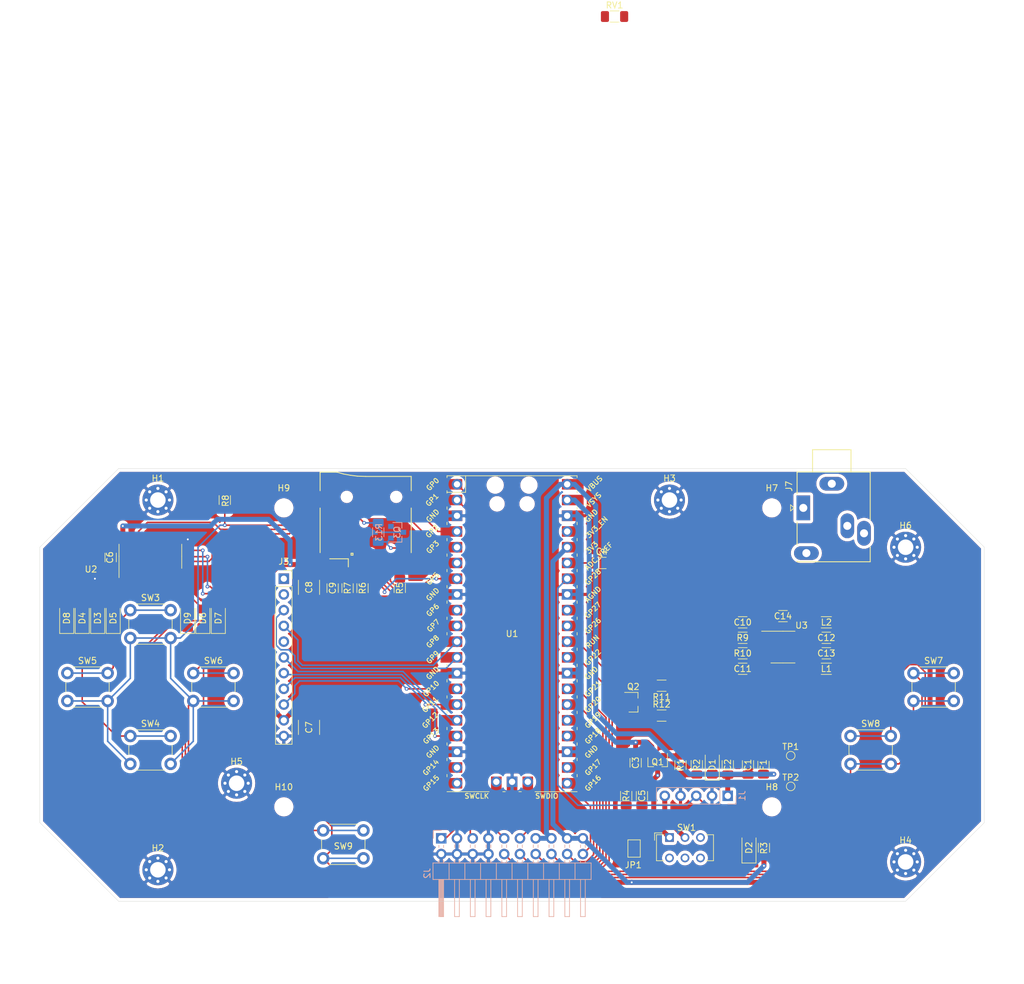
<source format=kicad_pcb>
(kicad_pcb (version 20171130) (host pcbnew 5.1.9-5.1.9)
  (layers (0 F.Cu signal) (31 B.Cu signal) (34 B.Paste user hide) (35 F.Paste user hide) (36 B.SilkS user) (37 F.SilkS user) (38 B.Mask user) (39 F.Mask user) (44 Edge.Cuts user))
  (net 0 "")
  (net 1 /BMCINV+)
  (net 2 GND)
  (net 3 VSYS)
  (net 4 "Net-(C4-Pad1)")
  (net 5 "Net-(C5-Pad1)")
  (net 6 VCOR)
  (net 7 "Net-(C10-Pad2)")
  (net 8 "Net-(C10-Pad1)")
  (net 9 "Net-(C11-Pad1)")
  (net 10 "Net-(C12-Pad1)")
  (net 11 "Net-(C13-Pad1)")
  (net 12 "Net-(D3-Pad1)")
  (net 13 "Net-(D4-Pad1)")
  (net 14 "Net-(D5-Pad1)")
  (net 15 "Net-(D6-Pad1)")
  (net 16 "Net-(D7-Pad1)")
  (net 17 "Net-(D8-Pad1)")
  (net 18 "Net-(D9-Pad1)")
  (net 19 VBUS)
  (net 20 /BMCMON)
  (net 21 "Net-(J2-Pad1)")
  (net 22 "Net-(J2-Pad5)")
  (net 23 "Net-(J2-Pad14)")
  (net 24 "Net-(J2-Pad16)")
  (net 25 /PIN_BUS_RD)
  (net 26 /PIN_BUS_WR)
  (net 27 /PIN_LCD_SCK)
  (net 28 /PIN_LCD_TX)
  (net 29 /PIN_LCD_RESET)
  (net 30 /PIN_LCD_DC)
  (net 31 /PIN_LCD_RX)
  (net 32 /PIN_LCD_CS)
  (net 33 /PIN_SDC_RX)
  (net 34 /PIN_SDC_SCK)
  (net 35 /PIN_SDC_TX)
  (net 36 /PIN_SDC_CS)
  (net 37 /KBI)
  (net 38 "Net-(J7-PadR)")
  (net 39 "Net-(J6-Pad1)")
  (net 40 "Net-(J6-Pad2)")
  (net 41 "Net-(Q1-Pad1)")
  (net 42 "Net-(Q2-Pad1)")
  (net 43 "Net-(R4-Pad2)")
  (net 44 "Net-(R9-Pad1)")
  (net 45 "Net-(R10-Pad1)")
  (net 46 /PIN_LFO)
  (net 47 /PIN_SND_L)
  (net 48 /KB_SCK)
  (net 49 /KB_RESET)
  (net 50 /PWEN)
  (net 51 "Net-(D3-Pad2)")
  (net 52 "Net-(D4-Pad2)")
  (net 53 "Net-(D5-Pad2)")
  (net 54 "Net-(D6-Pad2)")
  (net 55 "Net-(D7-Pad2)")
  (net 56 "Net-(D8-Pad2)")
  (net 57 "Net-(D9-Pad2)")
  (net 58 "Net-(D2-Pad2)")
  (net 59 /BMCOUTV+)
  (net 60 "Net-(Q1-Pad3)")
  (net 61 "Net-(Q3-Pad1)")
  (net 62 "Net-(Q3-Pad3)")
  (net 63 "Net-(R5-Pad2)")
  (net 64 "Net-(R7-Pad2)")
  (net 65 "Net-(J2-Pad9)")
  (net 66 "Net-(J2-Pad11)")
  (net 67 "Net-(U1-Pad19)")
  (net 68 "Net-(U1-Pad20)")
  (net 69 "Net-(J2-Pad18)")
  (net 70 "Net-(J2-Pad20)")
  (module components:Conn_uSDcard (layer F.Cu) (at 128.778 55.372 180)
    (fp_text reference XS1)
    (fp_text value uSD)
    (pad 6 smd rect (at 7.75 -0.4 180) (size 1.2 2.2) (layers F.Cu F.Paste F.Mask) (net 2 GND))
    (pad 6 smd rect (at -7.75 -0.4 180) (size 1.2 2.2) (layers F.Cu F.Paste F.Mask) (net 2 GND))
    (pad 6 smd rect (at 6.85 -10 180) (size 1.6 1.4) (layers F.Cu F.Paste F.Mask) (net 2 GND))
    (pad 6 smd rect (at -7.75 -10 180) (size 1.2 1.4) (layers F.Cu F.Paste F.Mask) (net 2 GND))
    (pad 9 smd rect (at -6.6 -10.5 180) (size 0.7 1.6) (layers F.Cu F.Paste F.Mask) (net 61 "Net-(Q3-Pad1)"))
    (pad 7 smd rect (at -4.4 -10.5 180) (size 0.7 1.6) (layers F.Cu F.Paste F.Mask) (net 33 /PIN_SDC_RX))
    (pad 8 smd rect (at -5.5 -10.5 180) (size 0.7 1.6) (layers F.Cu F.Paste F.Mask) (net 63 "Net-(R5-Pad2)"))
    (pad 6 smd rect (at -3.3 -10.5 180) (size 0.7 1.6) (layers F.Cu F.Paste F.Mask) (net 2 GND))
    (pad 5 smd rect (at -2.2 -10.5 180) (size 0.7 1.6) (layers F.Cu F.Paste F.Mask) (net 34 /PIN_SDC_SCK))
    (pad 4 smd rect (at -1.1 -10.5 180) (size 0.7 1.6) (layers F.Cu F.Paste F.Mask) (net 6 VCOR))
    (pad 1 smd rect (at 2.2 -10.5 180) (size 0.7 1.6) (layers F.Cu F.Paste F.Mask) (net 64 "Net-(R7-Pad2)"))
    (pad 2 smd rect (at 1.1 -10.5 180) (size 0.7 1.6) (layers F.Cu F.Paste F.Mask) (net 36 /PIN_SDC_CS))
    (pad "" np_thru_hole circle (at 3.05 0 180) (size 1 1) (drill 1) (layers *.Cu))
    (pad "" np_thru_hole circle (at -4.93 0 180) (size 1 1) (drill 1) (layers *.Cu))
    (pad 3 smd rect (at 0 -10.5 180) (size 0.7 1.6) (layers F.Cu F.Paste F.Mask) (net 35 /PIN_SDC_TX))
  )
  (module Resistor_SMD:R_1206_3216Metric_Pad1.30x1.75mm_HandSolder (layer F.Cu) (at 134.278 70.104 90)
    (fp_text reference R5 (at 0 0 90) (layer F.SilkS))
    (fp_text value 100K)
    (pad 2 smd roundrect (at 1.55 0 90) (size 1.3 1.75) (layers F.Cu F.Paste F.Mask) (roundrect_rratio 0.192308) (net 63 "Net-(R5-Pad2)"))
    (pad 1 smd roundrect (at -1.55 0 90) (size 1.3 1.75) (layers F.Cu F.Paste F.Mask) (roundrect_rratio 0.192308) (net 6 VCOR))
  )
  (module MountingHole:MountingHole_2.1mm (layer F.Cu) (at 115.57 57.15)
    (fp_text reference H9 (at 0 -3.2) (layer F.SilkS))
    (fp_text value MountingHole)
    (pad "" np_thru_hole circle (at 0 0) (size 2.1 2.1) (drill 2.1) (layers *.Cu *.Mask))
  )
  (module Capacitor_SMD:C_1812_4532Metric_Pad1.57x3.40mm_HandSolder (layer F.Cu) (at 119.634 69.977 270)
    (fp_text reference C8 (at 0 0 90) (layer F.SilkS))
    (fp_text value 100µ)
    (pad 1 smd roundrect (at -2.1375 0 270) (size 1.575 3.4) (layers F.Cu F.Paste F.Mask) (roundrect_rratio 0.15873) (net 6 VCOR))
    (pad 2 smd roundrect (at 2.1375 0 270) (size 1.575 3.4) (layers F.Cu F.Paste F.Mask) (roundrect_rratio 0.15873) (net 2 GND))
  )
  (module Resistor_SMD:R_1206_3216Metric_Pad1.30x1.75mm_HandSolder (layer F.Cu) (at 125.857 70.104 90)
    (fp_text reference R7 (at 0 0 270) (layer F.SilkS))
    (fp_text value 100K)
    (pad 1 smd roundrect (at -1.55 0 90) (size 1.3 1.75) (layers F.Cu F.Paste F.Mask) (roundrect_rratio 0.192308) (net 6 VCOR))
    (pad 2 smd roundrect (at 1.55 0 90) (size 1.3 1.75) (layers F.Cu F.Paste F.Mask) (roundrect_rratio 0.192308) (net 64 "Net-(R7-Pad2)"))
  )
  (module Capacitor_SMD:C_1206_3216Metric_Pad1.33x1.80mm_HandSolder (layer F.Cu) (at 123.444 70.104 270)
    (fp_text reference C9 (at 0 0 90) (layer F.SilkS))
    (fp_text value 100n)
    (pad 2 smd roundrect (at 1.5625 0 270) (size 1.325 1.8) (layers F.Cu F.Paste F.Mask) (roundrect_rratio 0.188679) (net 2 GND))
    (pad 1 smd roundrect (at -1.5625 0 270) (size 1.325 1.8) (layers F.Cu F.Paste F.Mask) (roundrect_rratio 0.188679) (net 6 VCOR))
  )
  (module Resistor_SMD:R_1206_3216Metric_Pad1.30x1.75mm_HandSolder (layer F.Cu) (at 128.27 70.104 90)
    (fp_text reference R6 (at 0 0 90) (layer F.SilkS))
    (fp_text value 100K)
    (pad 1 smd roundrect (at -1.55 0 90) (size 1.3 1.75) (layers F.Cu F.Paste F.Mask) (roundrect_rratio 0.192308) (net 6 VCOR))
    (pad 2 smd roundrect (at 1.55 0 90) (size 1.3 1.75) (layers F.Cu F.Paste F.Mask) (roundrect_rratio 0.192308) (net 36 /PIN_SDC_CS))
  )
  (module Button_Switch_THT:SW_PUSH_6mm_H4.3mm (layer F.Cu) (at 121.92 109.22)
    (fp_text reference SW9 (at 3.25 2.54) (layer F.SilkS))
    (fp_text value SELECT)
    (pad 2 thru_hole circle (at 0 4.5 90) (size 2 2) (drill 1.1) (layers *.Cu *.Mask) (net 37 /KBI))
    (pad 1 thru_hole circle (at 0 0 90) (size 2 2) (drill 1.1) (layers *.Cu *.Mask) (net 18 "Net-(D9-Pad1)"))
    (pad 2 thru_hole circle (at 6.5 4.5 90) (size 2 2) (drill 1.1) (layers *.Cu *.Mask) (net 37 /KBI))
    (pad 1 thru_hole circle (at 6.5 0 90) (size 2 2) (drill 1.1) (layers *.Cu *.Mask) (net 18 "Net-(D9-Pad1)"))
  )
  (module Connector_PinHeader_2.54mm:PinHeader_2x10_P2.54mm_Horizontal (layer B.Cu) (at 140.97 110.49 270)
    (fp_text reference J2 (at 5.655 2.27 270) (layer B.SilkS) (effects (justify mirror)))
    (fp_text value EXPANSION)
    (pad 1 thru_hole rect (at 0 0 270) (size 1.7 1.7) (drill 1) (layers *.Cu *.Mask) (net 21 "Net-(J2-Pad1)"))
    (pad 2 thru_hole oval (at 2.54 0 270) (size 1.7 1.7) (drill 1) (layers *.Cu *.Mask) (net 2 GND))
    (pad 3 thru_hole oval (at 0 -2.54 270) (size 1.7 1.7) (drill 1) (layers *.Cu *.Mask) (net 2 GND))
    (pad 4 thru_hole oval (at 2.54 -2.54 270) (size 1.7 1.7) (drill 1) (layers *.Cu *.Mask) (net 2 GND))
    (pad 5 thru_hole oval (at 0 -5.08 270) (size 1.7 1.7) (drill 1) (layers *.Cu *.Mask) (net 22 "Net-(J2-Pad5)"))
    (pad 6 thru_hole oval (at 2.54 -5.08 270) (size 1.7 1.7) (drill 1) (layers *.Cu *.Mask) (net 2 GND))
    (pad 7 thru_hole oval (at 0 -7.62 270) (size 1.7 1.7) (drill 1) (layers *.Cu *.Mask) (net 2 GND))
    (pad 8 thru_hole oval (at 2.54 -7.62 270) (size 1.7 1.7) (drill 1) (layers *.Cu *.Mask) (net 2 GND))
    (pad 9 thru_hole oval (at 0 -10.16 270) (size 1.7 1.7) (drill 1) (layers *.Cu *.Mask) (net 65 "Net-(J2-Pad9)"))
    (pad 10 thru_hole oval (at 2.54 -10.16 270) (size 1.7 1.7) (drill 1) (layers *.Cu *.Mask) (net 26 /PIN_BUS_WR))
    (pad 11 thru_hole oval (at 0 -12.7 270) (size 1.7 1.7) (drill 1) (layers *.Cu *.Mask) (net 66 "Net-(J2-Pad11)"))
    (pad 12 thru_hole oval (at 2.54 -12.7 270) (size 1.7 1.7) (drill 1) (layers *.Cu *.Mask) (net 25 /PIN_BUS_RD))
    (pad 13 thru_hole oval (at 0 -15.24 270) (size 1.7 1.7) (drill 1) (layers *.Cu *.Mask) (net 19 VBUS))
    (pad 14 thru_hole oval (at 2.54 -15.24 270) (size 1.7 1.7) (drill 1) (layers *.Cu *.Mask) (net 23 "Net-(J2-Pad14)"))
    (pad 15 thru_hole oval (at 0 -17.78 270) (size 1.7 1.7) (drill 1) (layers *.Cu *.Mask) (net 19 VBUS))
    (pad 16 thru_hole oval (at 2.54 -17.78 270) (size 1.7 1.7) (drill 1) (layers *.Cu *.Mask) (net 24 "Net-(J2-Pad16)"))
    (pad 17 thru_hole oval (at 0 -20.32 270) (size 1.7 1.7) (drill 1) (layers *.Cu *.Mask) (net 6 VCOR))
    (pad 18 thru_hole oval (at 2.54 -20.32 270) (size 1.7 1.7) (drill 1) (layers *.Cu *.Mask) (net 69 "Net-(J2-Pad18)"))
    (pad 19 thru_hole oval (at 0 -22.86 270) (size 1.7 1.7) (drill 1) (layers *.Cu *.Mask) (net 6 VCOR))
    (pad 20 thru_hole oval (at 2.54 -22.86 270) (size 1.7 1.7) (drill 1) (layers *.Cu *.Mask) (net 70 "Net-(J2-Pad20)"))
  )
  (module Button_Switch_THT:SW_PUSH_6mm_H4.3mm (layer F.Cu) (at 100.965 83.82)
    (fp_text reference SW6 (at 3.25 -2) (layer F.SilkS))
    (fp_text value R)
    (pad 2 thru_hole circle (at 0 4.5 90) (size 2 2) (drill 1.1) (layers *.Cu *.Mask) (net 37 /KBI))
    (pad 1 thru_hole circle (at 0 0 90) (size 2 2) (drill 1.1) (layers *.Cu *.Mask) (net 15 "Net-(D6-Pad1)"))
    (pad 2 thru_hole circle (at 6.5 4.5 90) (size 2 2) (drill 1.1) (layers *.Cu *.Mask) (net 37 /KBI))
    (pad 1 thru_hole circle (at 6.5 0 90) (size 2 2) (drill 1.1) (layers *.Cu *.Mask) (net 15 "Net-(D6-Pad1)"))
  )
  (module Resistor_SMD:R_1206_3216Metric_Pad1.30x1.75mm_HandSolder (layer F.Cu) (at 193.04 112.014 90)
    (fp_text reference R3 (at -0.064 0 90) (layer F.SilkS))
    (fp_text value 1.2K)
    (pad 2 smd roundrect (at 1.55 0 90) (size 1.3 1.75) (layers F.Cu F.Paste F.Mask) (roundrect_rratio 0.192308) (net 58 "Net-(D2-Pad2)"))
    (pad 1 smd roundrect (at -1.55 0 90) (size 1.3 1.75) (layers F.Cu F.Paste F.Mask) (roundrect_rratio 0.192308) (net 6 VCOR))
  )
  (module LED_SMD:LED_1206_3216Metric_Pad1.42x1.75mm_HandSolder (layer F.Cu) (at 190.627 112.014 90)
    (fp_text reference D2 (at 0 0 90) (layer F.SilkS))
    (fp_text value LED)
    (pad 2 smd roundrect (at 1.4875 0 90) (size 1.425 1.75) (layers F.Cu F.Paste F.Mask) (roundrect_rratio 0.175439) (net 58 "Net-(D2-Pad2)"))
    (pad 1 smd roundrect (at -1.4875 0 90) (size 1.425 1.75) (layers F.Cu F.Paste F.Mask) (roundrect_rratio 0.175439) (net 2 GND))
  )
  (module Diode_SMD:D_1206_3216Metric_Pad1.42x1.75mm_HandSolder (layer F.Cu) (at 83.04 74.96 90)
    (fp_text reference D4 (at 0 0 90) (layer F.SilkS))
    (fp_text value D)
    (pad 1 smd roundrect (at -1.4875 0 90) (size 1.425 1.75) (layers F.Cu F.Paste F.Mask) (roundrect_rratio 0.175439) (net 13 "Net-(D4-Pad1)"))
    (pad 2 smd roundrect (at 1.4875 0 90) (size 1.425 1.75) (layers F.Cu F.Paste F.Mask) (roundrect_rratio 0.175439) (net 52 "Net-(D4-Pad2)"))
  )
  (module Capacitor_SMD:C_1206_3216Metric_Pad1.33x1.80mm_HandSolder (layer F.Cu) (at 190.466 98.646 90)
    (fp_text reference C1 (at 0 0 90) (layer F.SilkS))
    (fp_text value 10µ)
    (pad 1 smd roundrect (at -1.5625 0 90) (size 1.325 1.8) (layers F.Cu F.Paste F.Mask) (roundrect_rratio 0.188679) (net 1 /BMCINV+))
    (pad 2 smd roundrect (at 1.5625 0 90) (size 1.325 1.8) (layers F.Cu F.Paste F.Mask) (roundrect_rratio 0.188679) (net 2 GND))
  )
  (module Capacitor_SMD:C_1206_3216Metric_Pad1.33x1.80mm_HandSolder (layer F.Cu) (at 187.204 98.646 270)
    (fp_text reference C2 (at 0 0 90) (layer F.SilkS))
    (fp_text value 100n)
    (pad 1 smd roundrect (at -1.5625 0 270) (size 1.325 1.8) (layers F.Cu F.Paste F.Mask) (roundrect_rratio 0.188679) (net 2 GND))
    (pad 2 smd roundrect (at 1.5625 0 270) (size 1.325 1.8) (layers F.Cu F.Paste F.Mask) (roundrect_rratio 0.188679) (net 1 /BMCINV+))
  )
  (module Capacitor_SMD:C_1206_3216Metric_Pad1.33x1.80mm_HandSolder (layer F.Cu) (at 172.339 98.298 270)
    (fp_text reference C3 (at 0 0 90) (layer F.SilkS))
    (fp_text value 100µ)
    (pad 1 smd roundrect (at -1.5625 0 270) (size 1.325 1.8) (layers F.Cu F.Paste F.Mask) (roundrect_rratio 0.188679) (net 3 VSYS))
    (pad 2 smd roundrect (at 1.5625 0 270) (size 1.325 1.8) (layers F.Cu F.Paste F.Mask) (roundrect_rratio 0.188679) (net 2 GND))
  )
  (module Capacitor_SMD:C_1206_3216Metric_Pad1.33x1.80mm_HandSolder (layer F.Cu) (at 166.878 66.04)
    (fp_text reference C4 (at 0 -1.85) (layer F.SilkS))
    (fp_text value 100n)
    (pad 1 smd roundrect (at -1.5625 0) (size 1.325 1.8) (layers F.Cu F.Paste F.Mask) (roundrect_rratio 0.188679) (net 4 "Net-(C4-Pad1)"))
    (pad 2 smd roundrect (at 1.5625 0) (size 1.325 1.8) (layers F.Cu F.Paste F.Mask) (roundrect_rratio 0.188679) (net 2 GND))
  )
  (module Capacitor_SMD:C_1206_3216Metric_Pad1.33x1.80mm_HandSolder (layer F.Cu) (at 173.355 103.632 90)
    (fp_text reference C5 (at 0 0 90) (layer F.SilkS))
    (fp_text value 100n)
    (pad 2 smd roundrect (at 1.5625 0 90) (size 1.325 1.8) (layers F.Cu F.Paste F.Mask) (roundrect_rratio 0.188679) (net 2 GND))
    (pad 1 smd roundrect (at -1.5625 0 90) (size 1.325 1.8) (layers F.Cu F.Paste F.Mask) (roundrect_rratio 0.188679) (net 5 "Net-(C5-Pad1)"))
  )
  (module Capacitor_SMD:C_1206_3216Metric_Pad1.33x1.80mm_HandSolder (layer F.Cu) (at 87.63 65.151 270)
    (fp_text reference C6 (at 0 0.127 90) (layer F.SilkS))
    (fp_text value 100n)
    (pad 1 smd roundrect (at -1.5625 0 270) (size 1.325 1.8) (layers F.Cu F.Paste F.Mask) (roundrect_rratio 0.188679) (net 6 VCOR))
    (pad 2 smd roundrect (at 1.5625 0 270) (size 1.325 1.8) (layers F.Cu F.Paste F.Mask) (roundrect_rratio 0.188679) (net 2 GND))
  )
  (module Capacitor_SMD:C_1206_3216Metric_Pad1.33x1.80mm_HandSolder (layer F.Cu) (at 189.61 75.62 180)
    (fp_text reference C10 (at 0 0) (layer F.SilkS))
    (fp_text value 1µ)
    (pad 2 smd roundrect (at 1.5625 0 180) (size 1.325 1.8) (layers F.Cu F.Paste F.Mask) (roundrect_rratio 0.188679) (net 7 "Net-(C10-Pad2)"))
    (pad 1 smd roundrect (at -1.5625 0 180) (size 1.325 1.8) (layers F.Cu F.Paste F.Mask) (roundrect_rratio 0.188679) (net 8 "Net-(C10-Pad1)"))
  )
  (module Capacitor_SMD:C_1206_3216Metric_Pad1.33x1.80mm_HandSolder (layer F.Cu) (at 189.61 83.12)
    (fp_text reference C11 (at 0 0) (layer F.SilkS))
    (fp_text value 1µ)
    (pad 2 smd roundrect (at 1.5625 0) (size 1.325 1.8) (layers F.Cu F.Paste F.Mask) (roundrect_rratio 0.188679))
    (pad 1 smd roundrect (at -1.5625 0) (size 1.325 1.8) (layers F.Cu F.Paste F.Mask) (roundrect_rratio 0.188679) (net 9 "Net-(C11-Pad1)"))
  )
  (module Capacitor_SMD:C_1206_3216Metric_Pad1.33x1.80mm_HandSolder (layer F.Cu) (at 203.11 78.12 180)
    (fp_text reference C12 (at 0 0) (layer F.SilkS))
    (fp_text value 100p)
    (pad 1 smd roundrect (at -1.5625 0 180) (size 1.325 1.8) (layers F.Cu F.Paste F.Mask) (roundrect_rratio 0.188679) (net 10 "Net-(C12-Pad1)"))
    (pad 2 smd roundrect (at 1.5625 0 180) (size 1.325 1.8) (layers F.Cu F.Paste F.Mask) (roundrect_rratio 0.188679) (net 2 GND))
  )
  (module Capacitor_SMD:C_1206_3216Metric_Pad1.33x1.80mm_HandSolder (layer F.Cu) (at 203.11 80.62 180)
    (fp_text reference C13 (at 0 0) (layer F.SilkS))
    (fp_text value 100p)
    (pad 2 smd roundrect (at 1.5625 0 180) (size 1.325 1.8) (layers F.Cu F.Paste F.Mask) (roundrect_rratio 0.188679) (net 2 GND))
    (pad 1 smd roundrect (at -1.5625 0 180) (size 1.325 1.8) (layers F.Cu F.Paste F.Mask) (roundrect_rratio 0.188679) (net 11 "Net-(C13-Pad1)"))
  )
  (module Capacitor_SMD:C_1206_3216Metric_Pad1.33x1.80mm_HandSolder (layer F.Cu) (at 196.11 74.62)
    (fp_text reference C14 (at 0 0) (layer F.SilkS))
    (fp_text value 1µ)
    (pad 2 smd roundrect (at 1.5625 0) (size 1.325 1.8) (layers F.Cu F.Paste F.Mask) (roundrect_rratio 0.188679) (net 6 VCOR))
    (pad 1 smd roundrect (at -1.5625 0) (size 1.325 1.8) (layers F.Cu F.Paste F.Mask) (roundrect_rratio 0.188679) (net 2 GND))
  )
  (module Diode_SMD:D_1206_3216Metric_Pad1.42x1.75mm_HandSolder (layer F.Cu) (at 184.704 98.646 90)
    (fp_text reference D1 (at 0 0 90) (layer F.SilkS))
    (fp_text value 5.6V)
    (pad 1 smd roundrect (at -1.4875 0 90) (size 1.425 1.75) (layers F.Cu F.Paste F.Mask) (roundrect_rratio 0.175439) (net 1 /BMCINV+))
    (pad 2 smd roundrect (at 1.4875 0 90) (size 1.425 1.75) (layers F.Cu F.Paste F.Mask) (roundrect_rratio 0.175439) (net 2 GND))
  )
  (module Diode_SMD:D_1206_3216Metric_Pad1.42x1.75mm_HandSolder (layer F.Cu) (at 85.54 74.96 90)
    (fp_text reference D3 (at 0 0 90) (layer F.SilkS))
    (fp_text value D)
    (pad 2 smd roundrect (at 1.4875 0 90) (size 1.425 1.75) (layers F.Cu F.Paste F.Mask) (roundrect_rratio 0.175439) (net 51 "Net-(D3-Pad2)"))
    (pad 1 smd roundrect (at -1.4875 0 90) (size 1.425 1.75) (layers F.Cu F.Paste F.Mask) (roundrect_rratio 0.175439) (net 12 "Net-(D3-Pad1)"))
  )
  (module Diode_SMD:D_1206_3216Metric_Pad1.42x1.75mm_HandSolder (layer F.Cu) (at 88.04 74.96 90)
    (fp_text reference D5 (at 0 0 90) (layer F.SilkS))
    (fp_text value D)
    (pad 2 smd roundrect (at 1.4875 0 90) (size 1.425 1.75) (layers F.Cu F.Paste F.Mask) (roundrect_rratio 0.175439) (net 53 "Net-(D5-Pad2)"))
    (pad 1 smd roundrect (at -1.4875 0 90) (size 1.425 1.75) (layers F.Cu F.Paste F.Mask) (roundrect_rratio 0.175439) (net 14 "Net-(D5-Pad1)"))
  )
  (module Diode_SMD:D_1206_3216Metric_Pad1.42x1.75mm_HandSolder (layer F.Cu) (at 102.5 74.96 90)
    (fp_text reference D6 (at 0 0 90) (layer F.SilkS))
    (fp_text value D)
    (pad 2 smd roundrect (at 1.4875 0 90) (size 1.425 1.75) (layers F.Cu F.Paste F.Mask) (roundrect_rratio 0.175439) (net 54 "Net-(D6-Pad2)"))
    (pad 1 smd roundrect (at -1.4875 0 90) (size 1.425 1.75) (layers F.Cu F.Paste F.Mask) (roundrect_rratio 0.175439) (net 15 "Net-(D6-Pad1)"))
  )
  (module Diode_SMD:D_1206_3216Metric_Pad1.42x1.75mm_HandSolder (layer F.Cu) (at 105 74.96 90)
    (fp_text reference D7 (at 0 0 90) (layer F.SilkS))
    (fp_text value D)
    (pad 2 smd roundrect (at 1.4875 0 90) (size 1.425 1.75) (layers F.Cu F.Paste F.Mask) (roundrect_rratio 0.175439) (net 55 "Net-(D7-Pad2)"))
    (pad 1 smd roundrect (at -1.4875 0 90) (size 1.425 1.75) (layers F.Cu F.Paste F.Mask) (roundrect_rratio 0.175439) (net 16 "Net-(D7-Pad1)"))
  )
  (module Diode_SMD:D_1206_3216Metric_Pad1.42x1.75mm_HandSolder (layer F.Cu) (at 80.54 74.96 90)
    (fp_text reference D8 (at 0 0 90) (layer F.SilkS))
    (fp_text value D)
    (pad 1 smd roundrect (at -1.4875 0 90) (size 1.425 1.75) (layers F.Cu F.Paste F.Mask) (roundrect_rratio 0.175439) (net 17 "Net-(D8-Pad1)"))
    (pad 2 smd roundrect (at 1.4875 0 90) (size 1.425 1.75) (layers F.Cu F.Paste F.Mask) (roundrect_rratio 0.175439) (net 56 "Net-(D8-Pad2)"))
  )
  (module Diode_SMD:D_1206_3216Metric_Pad1.42x1.75mm_HandSolder (layer F.Cu) (at 100.04 74.96 90)
    (fp_text reference D9 (at 0 0 90) (layer F.SilkS))
    (fp_text value D)
    (pad 1 smd roundrect (at -1.4875 0 90) (size 1.425 1.75) (layers F.Cu F.Paste F.Mask) (roundrect_rratio 0.175439) (net 18 "Net-(D9-Pad1)"))
    (pad 2 smd roundrect (at 1.4875 0 90) (size 1.425 1.75) (layers F.Cu F.Paste F.Mask) (roundrect_rratio 0.175439) (net 57 "Net-(D9-Pad2)"))
  )
  (module Fuse:Fuse_1206_3216Metric_Pad1.42x1.75mm_HandSolder (layer F.Cu) (at 192.966 98.646 270)
    (fp_text reference F1 (at 0 0 90) (layer F.SilkS))
    (fp_text value Polyfuse)
    (pad 1 smd roundrect (at -1.4875 0 270) (size 1.425 1.75) (layers F.Cu F.Paste F.Mask) (roundrect_rratio 0.175439) (net 1 /BMCINV+))
    (pad 2 smd roundrect (at 1.4875 0 270) (size 1.425 1.75) (layers F.Cu F.Paste F.Mask) (roundrect_rratio 0.175439) (net 19 VBUS))
  )
  (module MountingHole:MountingHole_2.5mm_Pad_Via (layer F.Cu) (at 95.25 55.88)
    (fp_text reference H1 (at 0 -3.5) (layer F.SilkS))
    (fp_text value MountingHole_Pad)
    (pad 1 thru_hole circle (at 1.325825 -1.325825) (size 0.8 0.8) (drill 0.5) (layers *.Cu *.Mask) (net 2 GND))
    (pad 1 thru_hole circle (at 0 -1.875) (size 0.8 0.8) (drill 0.5) (layers *.Cu *.Mask) (net 2 GND))
    (pad 1 thru_hole circle (at -1.325825 -1.325825) (size 0.8 0.8) (drill 0.5) (layers *.Cu *.Mask) (net 2 GND))
    (pad 1 thru_hole circle (at -1.875 0) (size 0.8 0.8) (drill 0.5) (layers *.Cu *.Mask) (net 2 GND))
    (pad 1 thru_hole circle (at -1.325825 1.325825) (size 0.8 0.8) (drill 0.5) (layers *.Cu *.Mask) (net 2 GND))
    (pad 1 thru_hole circle (at 0 1.875) (size 0.8 0.8) (drill 0.5) (layers *.Cu *.Mask) (net 2 GND))
    (pad 1 thru_hole circle (at 1.325825 1.325825) (size 0.8 0.8) (drill 0.5) (layers *.Cu *.Mask) (net 2 GND))
    (pad 1 thru_hole circle (at 1.875 0) (size 0.8 0.8) (drill 0.5) (layers *.Cu *.Mask) (net 2 GND))
    (pad 1 thru_hole circle (at 0 0) (size 5 5) (drill 2.5) (layers *.Cu *.Mask) (net 2 GND))
  )
  (module MountingHole:MountingHole_2.5mm_Pad_Via (layer F.Cu) (at 95.25 115.57)
    (fp_text reference H2 (at 0 -3.5) (layer F.SilkS))
    (fp_text value MountingHole_Pad)
    (pad 1 thru_hole circle (at 0 0) (size 5 5) (drill 2.5) (layers *.Cu *.Mask) (net 2 GND))
    (pad 1 thru_hole circle (at 1.875 0) (size 0.8 0.8) (drill 0.5) (layers *.Cu *.Mask) (net 2 GND))
    (pad 1 thru_hole circle (at 1.325825 1.325825) (size 0.8 0.8) (drill 0.5) (layers *.Cu *.Mask) (net 2 GND))
    (pad 1 thru_hole circle (at 0 1.875) (size 0.8 0.8) (drill 0.5) (layers *.Cu *.Mask) (net 2 GND))
    (pad 1 thru_hole circle (at -1.325825 1.325825) (size 0.8 0.8) (drill 0.5) (layers *.Cu *.Mask) (net 2 GND))
    (pad 1 thru_hole circle (at -1.875 0) (size 0.8 0.8) (drill 0.5) (layers *.Cu *.Mask) (net 2 GND))
    (pad 1 thru_hole circle (at -1.325825 -1.325825) (size 0.8 0.8) (drill 0.5) (layers *.Cu *.Mask) (net 2 GND))
    (pad 1 thru_hole circle (at 0 -1.875) (size 0.8 0.8) (drill 0.5) (layers *.Cu *.Mask) (net 2 GND))
    (pad 1 thru_hole circle (at 1.325825 -1.325825) (size 0.8 0.8) (drill 0.5) (layers *.Cu *.Mask) (net 2 GND))
  )
  (module MountingHole:MountingHole_2.5mm_Pad_Via (layer F.Cu) (at 177.8 55.88)
    (fp_text reference H3 (at 0 -3.5) (layer F.SilkS))
    (fp_text value MountingHole_Pad)
    (pad 1 thru_hole circle (at 1.325825 -1.325825) (size 0.8 0.8) (drill 0.5) (layers *.Cu *.Mask) (net 2 GND))
    (pad 1 thru_hole circle (at 0 -1.875) (size 0.8 0.8) (drill 0.5) (layers *.Cu *.Mask) (net 2 GND))
    (pad 1 thru_hole circle (at -1.325825 -1.325825) (size 0.8 0.8) (drill 0.5) (layers *.Cu *.Mask) (net 2 GND))
    (pad 1 thru_hole circle (at -1.875 0) (size 0.8 0.8) (drill 0.5) (layers *.Cu *.Mask) (net 2 GND))
    (pad 1 thru_hole circle (at -1.325825 1.325825) (size 0.8 0.8) (drill 0.5) (layers *.Cu *.Mask) (net 2 GND))
    (pad 1 thru_hole circle (at 0 1.875) (size 0.8 0.8) (drill 0.5) (layers *.Cu *.Mask) (net 2 GND))
    (pad 1 thru_hole circle (at 1.325825 1.325825) (size 0.8 0.8) (drill 0.5) (layers *.Cu *.Mask) (net 2 GND))
    (pad 1 thru_hole circle (at 1.875 0) (size 0.8 0.8) (drill 0.5) (layers *.Cu *.Mask) (net 2 GND))
    (pad 1 thru_hole circle (at 0 0) (size 5 5) (drill 2.5) (layers *.Cu *.Mask) (net 2 GND))
  )
  (module MountingHole:MountingHole_2.5mm_Pad_Via (layer F.Cu) (at 215.9 114.3)
    (fp_text reference H4 (at 0 -3.5) (layer F.SilkS))
    (fp_text value MountingHole_Pad)
    (pad 1 thru_hole circle (at 0 0) (size 5 5) (drill 2.5) (layers *.Cu *.Mask) (net 2 GND))
    (pad 1 thru_hole circle (at 1.875 0) (size 0.8 0.8) (drill 0.5) (layers *.Cu *.Mask) (net 2 GND))
    (pad 1 thru_hole circle (at 1.325825 1.325825) (size 0.8 0.8) (drill 0.5) (layers *.Cu *.Mask) (net 2 GND))
    (pad 1 thru_hole circle (at 0 1.875) (size 0.8 0.8) (drill 0.5) (layers *.Cu *.Mask) (net 2 GND))
    (pad 1 thru_hole circle (at -1.325825 1.325825) (size 0.8 0.8) (drill 0.5) (layers *.Cu *.Mask) (net 2 GND))
    (pad 1 thru_hole circle (at -1.875 0) (size 0.8 0.8) (drill 0.5) (layers *.Cu *.Mask) (net 2 GND))
    (pad 1 thru_hole circle (at -1.325825 -1.325825) (size 0.8 0.8) (drill 0.5) (layers *.Cu *.Mask) (net 2 GND))
    (pad 1 thru_hole circle (at 0 -1.875) (size 0.8 0.8) (drill 0.5) (layers *.Cu *.Mask) (net 2 GND))
    (pad 1 thru_hole circle (at 1.325825 -1.325825) (size 0.8 0.8) (drill 0.5) (layers *.Cu *.Mask) (net 2 GND))
  )
  (module MountingHole:MountingHole_2.5mm_Pad_Via (layer F.Cu) (at 107.95 101.6)
    (fp_text reference H5 (at 0 -3.5) (layer F.SilkS))
    (fp_text value MountingHole_Pad)
    (pad 1 thru_hole circle (at 0 0) (size 5 5) (drill 2.5) (layers *.Cu *.Mask) (net 2 GND))
    (pad 1 thru_hole circle (at 1.875 0) (size 0.8 0.8) (drill 0.5) (layers *.Cu *.Mask) (net 2 GND))
    (pad 1 thru_hole circle (at 1.325825 1.325825) (size 0.8 0.8) (drill 0.5) (layers *.Cu *.Mask) (net 2 GND))
    (pad 1 thru_hole circle (at 0 1.875) (size 0.8 0.8) (drill 0.5) (layers *.Cu *.Mask) (net 2 GND))
    (pad 1 thru_hole circle (at -1.325825 1.325825) (size 0.8 0.8) (drill 0.5) (layers *.Cu *.Mask) (net 2 GND))
    (pad 1 thru_hole circle (at -1.875 0) (size 0.8 0.8) (drill 0.5) (layers *.Cu *.Mask) (net 2 GND))
    (pad 1 thru_hole circle (at -1.325825 -1.325825) (size 0.8 0.8) (drill 0.5) (layers *.Cu *.Mask) (net 2 GND))
    (pad 1 thru_hole circle (at 0 -1.875) (size 0.8 0.8) (drill 0.5) (layers *.Cu *.Mask) (net 2 GND))
    (pad 1 thru_hole circle (at 1.325825 -1.325825) (size 0.8 0.8) (drill 0.5) (layers *.Cu *.Mask) (net 2 GND))
  )
  (module MountingHole:MountingHole_2.5mm_Pad_Via (layer F.Cu) (at 215.9 63.5)
    (fp_text reference H6 (at 0 -3.5) (layer F.SilkS))
    (fp_text value MountingHole_Pad)
    (pad 1 thru_hole circle (at 1.325825 -1.325825) (size 0.8 0.8) (drill 0.5) (layers *.Cu *.Mask) (net 2 GND))
    (pad 1 thru_hole circle (at 0 -1.875) (size 0.8 0.8) (drill 0.5) (layers *.Cu *.Mask) (net 2 GND))
    (pad 1 thru_hole circle (at -1.325825 -1.325825) (size 0.8 0.8) (drill 0.5) (layers *.Cu *.Mask) (net 2 GND))
    (pad 1 thru_hole circle (at -1.875 0) (size 0.8 0.8) (drill 0.5) (layers *.Cu *.Mask) (net 2 GND))
    (pad 1 thru_hole circle (at -1.325825 1.325825) (size 0.8 0.8) (drill 0.5) (layers *.Cu *.Mask) (net 2 GND))
    (pad 1 thru_hole circle (at 0 1.875) (size 0.8 0.8) (drill 0.5) (layers *.Cu *.Mask) (net 2 GND))
    (pad 1 thru_hole circle (at 1.325825 1.325825) (size 0.8 0.8) (drill 0.5) (layers *.Cu *.Mask) (net 2 GND))
    (pad 1 thru_hole circle (at 1.875 0) (size 0.8 0.8) (drill 0.5) (layers *.Cu *.Mask) (net 2 GND))
    (pad 1 thru_hole circle (at 0 0) (size 5 5) (drill 2.5) (layers *.Cu *.Mask) (net 2 GND))
  )
  (module MountingHole:MountingHole_2.1mm (layer F.Cu) (at 194.31 57.15)
    (fp_text reference H7 (at 0 -3.2) (layer F.SilkS))
    (fp_text value MountingHole)
    (pad "" np_thru_hole circle (at 0 0) (size 2.1 2.1) (drill 2.1) (layers *.Cu *.Mask))
  )
  (module MountingHole:MountingHole_2.1mm (layer F.Cu) (at 194.31 105.41)
    (fp_text reference H8 (at 0 -3.2) (layer F.SilkS))
    (fp_text value MountingHole)
    (pad "" np_thru_hole circle (at 0 0) (size 2.1 2.1) (drill 2.1) (layers *.Cu *.Mask))
  )
  (module MountingHole:MountingHole_2.1mm (layer F.Cu) (at 115.57 105.41)
    (fp_text reference H10 (at 0 -3.2) (layer F.SilkS))
    (fp_text value MountingHole)
    (pad "" np_thru_hole circle (at 0 0) (size 2.1 2.1) (drill 2.1) (layers *.Cu *.Mask))
  )
  (module Connector_PinHeader_2.54mm:PinHeader_1x05_P2.54mm_Vertical (layer B.Cu) (at 187.198 103.632 90)
    (fp_text reference J1 (at 0 2.33 90) (layer B.SilkS) (effects (justify mirror)))
    (fp_text value BMC)
    (pad 1 thru_hole rect (at 0 0 90) (size 1.7 1.7) (drill 1) (layers *.Cu *.Mask) (net 1 /BMCINV+))
    (pad 2 thru_hole oval (at 0 -2.54 90) (size 1.7 1.7) (drill 1) (layers *.Cu *.Mask) (net 2 GND))
    (pad 3 thru_hole oval (at 0 -5.08 90) (size 1.7 1.7) (drill 1) (layers *.Cu *.Mask) (net 20 /BMCMON))
    (pad 4 thru_hole oval (at 0 -7.62 90) (size 1.7 1.7) (drill 1) (layers *.Cu *.Mask) (net 2 GND))
    (pad 5 thru_hole oval (at 0 -10.16 90) (size 1.7 1.7) (drill 1) (layers *.Cu *.Mask) (net 59 /BMCOUTV+))
  )
  (module Connector_Audio:Jack_3.5mm_Ledino_KB3SPRS_Horizontal (layer F.Cu) (at 199.39 57.15 270)
    (fp_text reference J7 (at -3.5 2.3 90) (layer F.SilkS))
    (fp_text value AudioJack3_SwitchTR)
    (pad T thru_hole rect (at 0 0 270) (size 4 2.2) (drill 1.3) (layers *.Cu *.Mask) (net 38 "Net-(J7-PadR)"))
    (pad TN thru_hole oval (at 7.3 -0.5) (size 4 2.2) (drill 1.3) (layers *.Cu *.Mask) (net 39 "Net-(J6-Pad1)"))
    (pad RN thru_hole oval (at 2.9 -7.1 270) (size 4 2.2) (drill 1.3) (layers *.Cu *.Mask) (net 39 "Net-(J6-Pad1)"))
    (pad R thru_hole oval (at 4.1 -9.8 270) (size 4 2.2) (drill 1.3) (layers *.Cu *.Mask) (net 38 "Net-(J7-PadR)"))
    (pad S thru_hole oval (at -3.9 -4.6 270) (size 2.2 4) (drill 1.3) (layers *.Cu *.Mask) (net 40 "Net-(J6-Pad2)"))
  )
  (module Inductor_SMD:L_1206_3216Metric (layer F.Cu) (at 203.11 83.12)
    (fp_text reference L1 (at 0 0) (layer F.SilkS))
    (fp_text value L)
    (pad 1 smd roundrect (at -1.575 0) (size 1.05 1.9) (layers F.Cu F.Paste F.Mask) (roundrect_rratio 0.238095) (net 11 "Net-(C13-Pad1)"))
    (pad 2 smd roundrect (at 1.575 0) (size 1.05 1.9) (layers F.Cu F.Paste F.Mask) (roundrect_rratio 0.238095) (net 38 "Net-(J7-PadR)"))
  )
  (module Inductor_SMD:L_1206_3216Metric (layer F.Cu) (at 203.11 75.62)
    (fp_text reference L2 (at 0 0) (layer F.SilkS))
    (fp_text value L)
    (pad 2 smd roundrect (at 1.575 0) (size 1.05 1.9) (layers F.Cu F.Paste F.Mask) (roundrect_rratio 0.238095) (net 40 "Net-(J6-Pad2)"))
    (pad 1 smd roundrect (at -1.575 0) (size 1.05 1.9) (layers F.Cu F.Paste F.Mask) (roundrect_rratio 0.238095) (net 10 "Net-(C12-Pad1)"))
  )
  (module Package_TO_SOT_SMD:SOT-23 (layer F.Cu) (at 175.895 98.171 270)
    (fp_text reference Q1 (at 0 0 180) (layer F.SilkS))
    (fp_text value IRLML6402)
    (pad 1 smd rect (at -1 -0.95 270) (size 0.9 0.8) (layers F.Cu F.Paste F.Mask) (net 41 "Net-(Q1-Pad1)"))
    (pad 2 smd rect (at -1 0.95 270) (size 0.9 0.8) (layers F.Cu F.Paste F.Mask) (net 3 VSYS))
    (pad 3 smd rect (at 1 0 270) (size 0.9 0.8) (layers F.Cu F.Paste F.Mask) (net 60 "Net-(Q1-Pad3)"))
  )
  (module Package_TO_SOT_SMD:SOT-23 (layer F.Cu) (at 171.958 88.519)
    (fp_text reference Q2 (at 0 -2.5) (layer F.SilkS))
    (fp_text value BC848)
    (pad 3 smd rect (at 1 0) (size 0.9 0.8) (layers F.Cu F.Paste F.Mask))
    (pad 2 smd rect (at -1 0.95) (size 0.9 0.8) (layers F.Cu F.Paste F.Mask) (net 2 GND))
    (pad 1 smd rect (at -1 -0.95) (size 0.9 0.8) (layers F.Cu F.Paste F.Mask) (net 42 "Net-(Q2-Pad1)"))
  )
  (module Resistor_SMD:R_1206_3216Metric_Pad1.30x1.75mm_HandSolder (layer F.Cu) (at 179.578 98.679 90)
    (fp_text reference R1 (at 0 0 90) (layer F.SilkS))
    (fp_text value R)
    (pad 2 smd roundrect (at 1.55 0 90) (size 1.3 1.75) (layers F.Cu F.Paste F.Mask) (roundrect_rratio 0.192308) (net 41 "Net-(Q1-Pad1)"))
    (pad 1 smd roundrect (at -1.55 0 90) (size 1.3 1.75) (layers F.Cu F.Paste F.Mask) (roundrect_rratio 0.192308) (net 1 /BMCINV+))
  )
  (module Resistor_SMD:R_1206_3216Metric_Pad1.30x1.75mm_HandSolder (layer F.Cu) (at 182.204 98.646 90)
    (fp_text reference R2 (at 0 0 90) (layer F.SilkS))
    (fp_text value R)
    (pad 2 smd roundrect (at 1.55 0 90) (size 1.3 1.75) (layers F.Cu F.Paste F.Mask) (roundrect_rratio 0.192308) (net 2 GND))
    (pad 1 smd roundrect (at -1.55 0 90) (size 1.3 1.75) (layers F.Cu F.Paste F.Mask) (roundrect_rratio 0.192308) (net 1 /BMCINV+))
  )
  (module Resistor_SMD:R_1206_3216Metric_Pad1.30x1.75mm_HandSolder (layer F.Cu) (at 170.815 103.632 90)
    (fp_text reference R4 (at 0 0 90) (layer F.SilkS))
    (fp_text value 1K)
    (pad 1 smd roundrect (at -1.55 0 90) (size 1.3 1.75) (layers F.Cu F.Paste F.Mask) (roundrect_rratio 0.192308) (net 5 "Net-(C5-Pad1)"))
    (pad 2 smd roundrect (at 1.55 0 90) (size 1.3 1.75) (layers F.Cu F.Paste F.Mask) (roundrect_rratio 0.192308) (net 43 "Net-(R4-Pad2)"))
  )
  (module Resistor_SMD:R_1206_3216Metric_Pad1.30x1.75mm_HandSolder (layer F.Cu) (at 106.045 55.88 90)
    (fp_text reference R8 (at -0.127 0.127 90) (layer F.SilkS))
    (fp_text value 47K)
    (pad 1 smd roundrect (at -1.55 0 90) (size 1.3 1.75) (layers F.Cu F.Paste F.Mask) (roundrect_rratio 0.192308) (net 37 /KBI))
    (pad 2 smd roundrect (at 1.55 0 90) (size 1.3 1.75) (layers F.Cu F.Paste F.Mask) (roundrect_rratio 0.192308) (net 2 GND))
  )
  (module Resistor_SMD:R_1206_3216Metric_Pad1.30x1.75mm_HandSolder (layer F.Cu) (at 189.61 78.12 180)
    (fp_text reference R9 (at 0 0) (layer F.SilkS))
    (fp_text value 100)
    (pad 2 smd roundrect (at 1.55 0 180) (size 1.3 1.75) (layers F.Cu F.Paste F.Mask) (roundrect_rratio 0.192308) (net 7 "Net-(C10-Pad2)"))
    (pad 1 smd roundrect (at -1.55 0 180) (size 1.3 1.75) (layers F.Cu F.Paste F.Mask) (roundrect_rratio 0.192308) (net 44 "Net-(R9-Pad1)"))
  )
  (module Resistor_SMD:R_1206_3216Metric_Pad1.30x1.75mm_HandSolder (layer F.Cu) (at 189.61 80.62 180)
    (fp_text reference R10 (at 0 0) (layer F.SilkS))
    (fp_text value 100)
    (pad 2 smd roundrect (at 1.55 0 180) (size 1.3 1.75) (layers F.Cu F.Paste F.Mask) (roundrect_rratio 0.192308) (net 9 "Net-(C11-Pad1)"))
    (pad 1 smd roundrect (at -1.55 0 180) (size 1.3 1.75) (layers F.Cu F.Paste F.Mask) (roundrect_rratio 0.192308) (net 45 "Net-(R10-Pad1)"))
  )
  (module Resistor_SMD:R_1206_3216Metric_Pad1.30x1.75mm_HandSolder (layer F.Cu) (at 176.53 85.852 180)
    (fp_text reference R11 (at 0 -1.82) (layer F.SilkS))
    (fp_text value 1K)
    (pad 1 smd roundrect (at -1.55 0 180) (size 1.3 1.75) (layers F.Cu F.Paste F.Mask) (roundrect_rratio 0.192308) (net 42 "Net-(Q2-Pad1)"))
    (pad 2 smd roundrect (at 1.55 0 180) (size 1.3 1.75) (layers F.Cu F.Paste F.Mask) (roundrect_rratio 0.192308) (net 46 /PIN_LFO))
  )
  (module Resistor_SMD:R_1206_3216Metric_Pad1.30x1.75mm_HandSolder (layer F.Cu) (at 176.53 90.678)
    (fp_text reference R12 (at 0 -1.82) (layer F.SilkS))
    (fp_text value 47)
    (pad 2 smd roundrect (at 1.55 0) (size 1.3 1.75) (layers F.Cu F.Paste F.Mask) (roundrect_rratio 0.192308))
    (pad 1 smd roundrect (at -1.55 0) (size 1.3 1.75) (layers F.Cu F.Paste F.Mask) (roundrect_rratio 0.192308) (net 6 VCOR))
  )
  (module Resistor_SMD:R_1206_3216Metric_Pad1.30x1.75mm_HandSolder (layer F.Cu) (at 168.935001 -22.174999)
    (fp_text reference RV1 (at 0 -1.82) (layer F.SilkS))
    (fp_text value 10K)
    (pad 2 smd roundrect (at 1.55 0) (size 1.3 1.75) (layers F.Cu F.Paste F.Mask) (roundrect_rratio 0.192308) (net 8 "Net-(C10-Pad1)"))
    (pad 1 smd roundrect (at -1.55 0) (size 1.3 1.75) (layers F.Cu F.Paste F.Mask) (roundrect_rratio 0.192308) (net 47 /PIN_SND_L))
  )
  (module Button_Switch_THT:SW_PUSH_6mm_H4.3mm (layer F.Cu) (at 90.805 73.66)
    (fp_text reference SW3 (at 3.25 -2) (layer F.SilkS))
    (fp_text value U)
    (pad 1 thru_hole circle (at 6.5 0 90) (size 2 2) (drill 1.1) (layers *.Cu *.Mask) (net 12 "Net-(D3-Pad1)"))
    (pad 2 thru_hole circle (at 6.5 4.5 90) (size 2 2) (drill 1.1) (layers *.Cu *.Mask) (net 37 /KBI))
    (pad 1 thru_hole circle (at 0 0 90) (size 2 2) (drill 1.1) (layers *.Cu *.Mask) (net 12 "Net-(D3-Pad1)"))
    (pad 2 thru_hole circle (at 0 4.5 90) (size 2 2) (drill 1.1) (layers *.Cu *.Mask) (net 37 /KBI))
  )
  (module Button_Switch_THT:SW_PUSH_6mm_H4.3mm (layer F.Cu) (at 90.805 93.98)
    (fp_text reference SW4 (at 3.25 -2) (layer F.SilkS))
    (fp_text value D)
    (pad 2 thru_hole circle (at 0 4.5 90) (size 2 2) (drill 1.1) (layers *.Cu *.Mask) (net 37 /KBI))
    (pad 1 thru_hole circle (at 0 0 90) (size 2 2) (drill 1.1) (layers *.Cu *.Mask) (net 13 "Net-(D4-Pad1)"))
    (pad 2 thru_hole circle (at 6.5 4.5 90) (size 2 2) (drill 1.1) (layers *.Cu *.Mask) (net 37 /KBI))
    (pad 1 thru_hole circle (at 6.5 0 90) (size 2 2) (drill 1.1) (layers *.Cu *.Mask) (net 13 "Net-(D4-Pad1)"))
  )
  (module Button_Switch_THT:SW_PUSH_6mm_H4.3mm (layer F.Cu) (at 80.645 83.82)
    (fp_text reference SW5 (at 3.25 -2) (layer F.SilkS))
    (fp_text value L)
    (pad 1 thru_hole circle (at 6.5 0 90) (size 2 2) (drill 1.1) (layers *.Cu *.Mask) (net 14 "Net-(D5-Pad1)"))
    (pad 2 thru_hole circle (at 6.5 4.5 90) (size 2 2) (drill 1.1) (layers *.Cu *.Mask) (net 37 /KBI))
    (pad 1 thru_hole circle (at 0 0 90) (size 2 2) (drill 1.1) (layers *.Cu *.Mask) (net 14 "Net-(D5-Pad1)"))
    (pad 2 thru_hole circle (at 0 4.5 90) (size 2 2) (drill 1.1) (layers *.Cu *.Mask) (net 37 /KBI))
  )
  (module Button_Switch_THT:SW_PUSH_6mm_H4.3mm (layer F.Cu) (at 217.17 83.82)
    (fp_text reference SW7 (at 3.25 -2) (layer F.SilkS))
    (fp_text value B)
    (pad 1 thru_hole circle (at 6.5 0 90) (size 2 2) (drill 1.1) (layers *.Cu *.Mask) (net 16 "Net-(D7-Pad1)"))
    (pad 2 thru_hole circle (at 6.5 4.5 90) (size 2 2) (drill 1.1) (layers *.Cu *.Mask) (net 37 /KBI))
    (pad 1 thru_hole circle (at 0 0 90) (size 2 2) (drill 1.1) (layers *.Cu *.Mask) (net 16 "Net-(D7-Pad1)"))
    (pad 2 thru_hole circle (at 0 4.5 90) (size 2 2) (drill 1.1) (layers *.Cu *.Mask) (net 37 /KBI))
  )
  (module Button_Switch_THT:SW_PUSH_6mm_H4.3mm (layer F.Cu) (at 207.01 93.98)
    (fp_text reference SW8 (at 3.25 -2) (layer F.SilkS))
    (fp_text value A)
    (pad 2 thru_hole circle (at 0 4.5 90) (size 2 2) (drill 1.1) (layers *.Cu *.Mask) (net 37 /KBI))
    (pad 1 thru_hole circle (at 0 0 90) (size 2 2) (drill 1.1) (layers *.Cu *.Mask) (net 17 "Net-(D8-Pad1)"))
    (pad 2 thru_hole circle (at 6.5 4.5 90) (size 2 2) (drill 1.1) (layers *.Cu *.Mask) (net 37 /KBI))
    (pad 1 thru_hole circle (at 6.5 0 90) (size 2 2) (drill 1.1) (layers *.Cu *.Mask) (net 17 "Net-(D8-Pad1)"))
  )
  (module TestPoint:TestPoint_Pad_D1.0mm (layer F.Cu) (at 197.358 97.155)
    (fp_text reference TP1 (at 0 -1.448) (layer F.SilkS))
    (fp_text value "USB Power")
    (pad 1 smd circle (at 0 0) (size 1 1) (layers F.Cu F.Mask) (net 1 /BMCINV+))
  )
  (module TestPoint:TestPoint_Pad_D1.0mm (layer F.Cu) (at 197.358 102.108)
    (fp_text reference TP2 (at 0 -1.448) (layer F.SilkS))
    (fp_text value "Battery Voltage")
    (pad 1 smd circle (at 0 0) (size 1 1) (layers F.Cu F.Mask) (net 20 /BMCMON))
  )
  (module RPi_Pico:RPi_Pico_SMD_TH (layer F.Cu) (at 152.4 77.47)
    (fp_text reference U1 (at 0 0) (layer F.SilkS))
    (fp_text value Pico)
    (fp_text user GP1 (at -12.9 -21.6 45) (layer F.SilkS) (effects (font (size 0.8 0.8))))
    (fp_text user GP2 (at -12.9 -16.51 45) (layer F.SilkS) (effects (font (size 0.8 0.8))))
    (fp_text user GP0 (at -12.8 -24.13 45) (layer F.SilkS) (effects (font (size 0.8 0.8))))
    (fp_text user GP3 (at -12.8 -13.97 45) (layer F.SilkS) (effects (font (size 0.8 0.8))))
    (fp_text user GP5 (at -12.8 -8.89 45) (layer F.SilkS) (effects (font (size 0.8 0.8))))
    (fp_text user GP6 (at -12.8 -3.81 45) (layer F.SilkS) (effects (font (size 0.8 0.8))))
    (fp_text user GP7 (at -12.7 -1.3 45) (layer F.SilkS) (effects (font (size 0.8 0.8))))
    (fp_text user GP8 (at -12.8 1.27 45) (layer F.SilkS) (effects (font (size 0.8 0.8))))
    (fp_text user GP9 (at -12.8 3.81 45) (layer F.SilkS) (effects (font (size 0.8 0.8))))
    (fp_text user GP10 (at -13.054 8.89 45) (layer F.SilkS) (effects (font (size 0.8 0.8))))
    (fp_text user GP11 (at -13.2 11.43 45) (layer F.SilkS) (effects (font (size 0.8 0.8))))
    (fp_text user GP12 (at -13.2 13.97 45) (layer F.SilkS) (effects (font (size 0.8 0.8))))
    (fp_text user GP13 (at -13.054 16.51 45) (layer F.SilkS) (effects (font (size 0.8 0.8))))
    (fp_text user GP14 (at -13.1 21.59 45) (layer F.SilkS) (effects (font (size 0.8 0.8))))
    (fp_text user GP15 (at -13.054 24.13 45) (layer F.SilkS) (effects (font (size 0.8 0.8))))
    (fp_text user GP16 (at 13.054 24.13 45) (layer F.SilkS) (effects (font (size 0.8 0.8))))
    (fp_text user GP17 (at 13.054 21.59 45) (layer F.SilkS) (effects (font (size 0.8 0.8))))
    (fp_text user GP18 (at 13.054 16.51 45) (layer F.SilkS) (effects (font (size 0.8 0.8))))
    (fp_text user GP19 (at 13.054 13.97 45) (layer F.SilkS) (effects (font (size 0.8 0.8))))
    (fp_text user GP20 (at 13.054 11.43 45) (layer F.SilkS) (effects (font (size 0.8 0.8))))
    (fp_text user GP21 (at 13.054 8.9 45) (layer F.SilkS) (effects (font (size 0.8 0.8))))
    (fp_text user GP22 (at 13.054 3.81 45) (layer F.SilkS) (effects (font (size 0.8 0.8))))
    (fp_text user RUN (at 13 1.27 45) (layer F.SilkS) (effects (font (size 0.8 0.8))))
    (fp_text user GP26 (at 13.054 -1.27 45) (layer F.SilkS) (effects (font (size 0.8 0.8))))
    (fp_text user GP27 (at 13.054 -3.8 45) (layer F.SilkS) (effects (font (size 0.8 0.8))))
    (fp_text user GP28 (at 13.054 -9.144 45) (layer F.SilkS) (effects (font (size 0.8 0.8))))
    (fp_text user ADC_VREF (at 14 -12.5 45) (layer F.SilkS) (effects (font (size 0.8 0.8))))
    (fp_text user 3V3 (at 12.9 -13.9 45) (layer F.SilkS) (effects (font (size 0.8 0.8))))
    (fp_text user 3V3_EN (at 13.7 -17.2 45) (layer F.SilkS) (effects (font (size 0.8 0.8))))
    (fp_text user VSYS (at 13.2 -21.59 45) (layer F.SilkS) (effects (font (size 0.8 0.8))))
    (fp_text user VBUS (at 13.3 -24.2 45) (layer F.SilkS) (effects (font (size 0.8 0.8))))
    (fp_text user GND (at -12.8 -19.05 45) (layer F.SilkS) (effects (font (size 0.8 0.8))))
    (fp_text user GND (at -12.8 -6.35 45) (layer F.SilkS) (effects (font (size 0.8 0.8))))
    (fp_text user GND (at -12.8 6.35 45) (layer F.SilkS) (effects (font (size 0.8 0.8))))
    (fp_text user GND (at -12.8 19.05 45) (layer F.SilkS) (effects (font (size 0.8 0.8))))
    (fp_text user GND (at 12.8 19.05 45) (layer F.SilkS) (effects (font (size 0.8 0.8))))
    (fp_text user GND (at 12.8 6.35 45) (layer F.SilkS) (effects (font (size 0.8 0.8))))
    (fp_text user GND (at 12.8 -19.05 45) (layer F.SilkS) (effects (font (size 0.8 0.8))))
    (fp_text user AGND (at 13.054 -6.35 45) (layer F.SilkS) (effects (font (size 0.8 0.8))))
    (fp_text user SWCLK (at -5.7 26.2) (layer F.SilkS) (effects (font (size 0.8 0.8))))
    (fp_text user SWDIO (at 5.6 26.2) (layer F.SilkS) (effects (font (size 0.8 0.8))))
    (pad 1 thru_hole oval (at -8.89 -24.13) (size 1.7 1.7) (drill 1.02) (layers *.Cu *.Mask) (net 22 "Net-(J2-Pad5)"))
    (pad 2 thru_hole oval (at -8.89 -21.59) (size 1.7 1.7) (drill 1.02) (layers *.Cu *.Mask) (net 21 "Net-(J2-Pad1)"))
    (pad 3 thru_hole rect (at -8.89 -19.05) (size 1.7 1.7) (drill 1.02) (layers *.Cu *.Mask) (net 2 GND))
    (pad 4 thru_hole oval (at -8.89 -16.51) (size 1.7 1.7) (drill 1.02) (layers *.Cu *.Mask) (net 37 /KBI))
    (pad 5 thru_hole oval (at -8.89 -13.97) (size 1.7 1.7) (drill 1.02) (layers *.Cu *.Mask) (net 48 /KB_SCK))
    (pad 6 thru_hole oval (at -8.89 -11.43) (size 1.7 1.7) (drill 1.02) (layers *.Cu *.Mask) (net 33 /PIN_SDC_RX))
    (pad 7 thru_hole oval (at -8.89 -8.89) (size 1.7 1.7) (drill 1.02) (layers *.Cu *.Mask) (net 36 /PIN_SDC_CS))
    (pad 8 thru_hole rect (at -8.89 -6.35) (size 1.7 1.7) (drill 1.02) (layers *.Cu *.Mask) (net 2 GND))
    (pad 9 thru_hole oval (at -8.89 -3.81) (size 1.7 1.7) (drill 1.02) (layers *.Cu *.Mask) (net 34 /PIN_SDC_SCK))
    (pad 10 thru_hole oval (at -8.89 -1.27) (size 1.7 1.7) (drill 1.02) (layers *.Cu *.Mask) (net 35 /PIN_SDC_TX))
    (pad 11 thru_hole oval (at -8.89 1.27) (size 1.7 1.7) (drill 1.02) (layers *.Cu *.Mask) (net 31 /PIN_LCD_RX))
    (pad 12 thru_hole oval (at -8.89 3.81) (size 1.7 1.7) (drill 1.02) (layers *.Cu *.Mask) (net 32 /PIN_LCD_CS))
    (pad 13 thru_hole rect (at -8.89 6.35) (size 1.7 1.7) (drill 1.02) (layers *.Cu *.Mask) (net 2 GND))
    (pad 14 thru_hole oval (at -8.89 8.89) (size 1.7 1.7) (drill 1.02) (layers *.Cu *.Mask) (net 27 /PIN_LCD_SCK))
    (pad 15 thru_hole oval (at -8.89 11.43) (size 1.7 1.7) (drill 1.02) (layers *.Cu *.Mask) (net 28 /PIN_LCD_TX))
    (pad 16 thru_hole oval (at -8.89 13.97) (size 1.7 1.7) (drill 1.02) (layers *.Cu *.Mask) (net 30 /PIN_LCD_DC))
    (pad 17 thru_hole oval (at -8.89 16.51) (size 1.7 1.7) (drill 1.02) (layers *.Cu *.Mask) (net 29 /PIN_LCD_RESET))
    (pad 18 thru_hole rect (at -8.89 19.05) (size 1.7 1.7) (drill 1.02) (layers *.Cu *.Mask) (net 2 GND))
    (pad 19 thru_hole oval (at -8.89 21.59) (size 1.7 1.7) (drill 1.02) (layers *.Cu *.Mask) (net 67 "Net-(U1-Pad19)"))
    (pad 20 thru_hole oval (at -8.89 24.13) (size 1.7 1.7) (drill 1.02) (layers *.Cu *.Mask) (net 68 "Net-(U1-Pad20)"))
    (pad 21 thru_hole oval (at 8.89 24.13) (size 1.7 1.7) (drill 1.02) (layers *.Cu *.Mask) (net 70 "Net-(J2-Pad20)"))
    (pad 22 thru_hole oval (at 8.89 21.59) (size 1.7 1.7) (drill 1.02) (layers *.Cu *.Mask) (net 69 "Net-(J2-Pad18)"))
    (pad 23 thru_hole rect (at 8.89 19.05) (size 1.7 1.7) (drill 1.02) (layers *.Cu *.Mask) (net 2 GND))
    (pad 24 thru_hole oval (at 8.89 16.51) (size 1.7 1.7) (drill 1.02) (layers *.Cu *.Mask) (net 24 "Net-(J2-Pad16)"))
    (pad 25 thru_hole oval (at 8.89 13.97) (size 1.7 1.7) (drill 1.02) (layers *.Cu *.Mask) (net 23 "Net-(J2-Pad14)"))
    (pad 26 thru_hole oval (at 8.89 11.43) (size 1.7 1.7) (drill 1.02) (layers *.Cu *.Mask) (net 25 /PIN_BUS_RD))
    (pad 27 thru_hole oval (at 8.89 8.89) (size 1.7 1.7) (drill 1.02) (layers *.Cu *.Mask) (net 26 /PIN_BUS_WR))
    (pad 28 thru_hole rect (at 8.89 6.35) (size 1.7 1.7) (drill 1.02) (layers *.Cu *.Mask) (net 2 GND))
    (pad 29 thru_hole oval (at 8.89 3.81) (size 1.7 1.7) (drill 1.02) (layers *.Cu *.Mask) (net 49 /KB_RESET))
    (pad 30 thru_hole oval (at 8.89 1.27) (size 1.7 1.7) (drill 1.02) (layers *.Cu *.Mask) (net 43 "Net-(R4-Pad2)"))
    (pad 31 thru_hole oval (at 8.89 -1.27) (size 1.7 1.7) (drill 1.02) (layers *.Cu *.Mask) (net 47 /PIN_SND_L))
    (pad 32 thru_hole oval (at 8.89 -3.81) (size 1.7 1.7) (drill 1.02) (layers *.Cu *.Mask) (net 46 /PIN_LFO))
    (pad 33 thru_hole rect (at 8.89 -6.35) (size 1.7 1.7) (drill 1.02) (layers *.Cu *.Mask) (net 2 GND))
    (pad 34 thru_hole oval (at 8.89 -8.89) (size 1.7 1.7) (drill 1.02) (layers *.Cu *.Mask) (net 20 /BMCMON))
    (pad 35 thru_hole oval (at 8.89 -11.43) (size 1.7 1.7) (drill 1.02) (layers *.Cu *.Mask) (net 4 "Net-(C4-Pad1)"))
    (pad 36 thru_hole oval (at 8.89 -13.97) (size 1.7 1.7) (drill 1.02) (layers *.Cu *.Mask) (net 6 VCOR))
    (pad 37 thru_hole oval (at 8.89 -16.51) (size 1.7 1.7) (drill 1.02) (layers *.Cu *.Mask) (net 50 /PWEN))
    (pad 38 thru_hole rect (at 8.89 -19.05) (size 1.7 1.7) (drill 1.02) (layers *.Cu *.Mask) (net 2 GND))
    (pad 39 thru_hole oval (at 8.89 -21.59) (size 1.7 1.7) (drill 1.02) (layers *.Cu *.Mask) (net 3 VSYS))
    (pad 40 thru_hole oval (at 8.89 -24.13) (size 1.7 1.7) (drill 1.02) (layers *.Cu *.Mask) (net 19 VBUS))
    (pad 1 smd rect (at -8.89 -24.13) (size 3.5 1.7) (drill (offset -0.9 0)) (layers F.Cu F.Mask) (net 22 "Net-(J2-Pad5)"))
    (pad 2 smd rect (at -8.89 -21.59) (size 3.5 1.7) (drill (offset -0.9 0)) (layers F.Cu F.Mask) (net 21 "Net-(J2-Pad1)"))
    (pad 3 smd rect (at -8.89 -19.05) (size 3.5 1.7) (drill (offset -0.9 0)) (layers F.Cu F.Mask) (net 2 GND))
    (pad 4 smd rect (at -8.89 -16.51) (size 3.5 1.7) (drill (offset -0.9 0)) (layers F.Cu F.Mask) (net 37 /KBI))
    (pad 5 smd rect (at -8.89 -13.97) (size 3.5 1.7) (drill (offset -0.9 0)) (layers F.Cu F.Mask) (net 48 /KB_SCK))
    (pad 6 smd rect (at -8.89 -11.43) (size 3.5 1.7) (drill (offset -0.9 0)) (layers F.Cu F.Mask) (net 33 /PIN_SDC_RX))
    (pad 7 smd rect (at -8.89 -8.89) (size 3.5 1.7) (drill (offset -0.9 0)) (layers F.Cu F.Mask) (net 36 /PIN_SDC_CS))
    (pad 8 smd rect (at -8.89 -6.35) (size 3.5 1.7) (drill (offset -0.9 0)) (layers F.Cu F.Mask) (net 2 GND))
    (pad 9 smd rect (at -8.89 -3.81) (size 3.5 1.7) (drill (offset -0.9 0)) (layers F.Cu F.Mask) (net 34 /PIN_SDC_SCK))
    (pad 10 smd rect (at -8.89 -1.27) (size 3.5 1.7) (drill (offset -0.9 0)) (layers F.Cu F.Mask) (net 35 /PIN_SDC_TX))
    (pad 11 smd rect (at -8.89 1.27) (size 3.5 1.7) (drill (offset -0.9 0)) (layers F.Cu F.Mask) (net 31 /PIN_LCD_RX))
    (pad 12 smd rect (at -8.89 3.81) (size 3.5 1.7) (drill (offset -0.9 0)) (layers F.Cu F.Mask) (net 32 /PIN_LCD_CS))
    (pad 13 smd rect (at -8.89 6.35) (size 3.5 1.7) (drill (offset -0.9 0)) (layers F.Cu F.Mask) (net 2 GND))
    (pad 14 smd rect (at -8.89 8.89) (size 3.5 1.7) (drill (offset -0.9 0)) (layers F.Cu F.Mask) (net 27 /PIN_LCD_SCK))
    (pad 15 smd rect (at -8.89 11.43) (size 3.5 1.7) (drill (offset -0.9 0)) (layers F.Cu F.Mask) (net 28 /PIN_LCD_TX))
    (pad 16 smd rect (at -8.89 13.97) (size 3.5 1.7) (drill (offset -0.9 0)) (layers F.Cu F.Mask) (net 30 /PIN_LCD_DC))
    (pad 17 smd rect (at -8.89 16.51) (size 3.5 1.7) (drill (offset -0.9 0)) (layers F.Cu F.Mask) (net 29 /PIN_LCD_RESET))
    (pad 18 smd rect (at -8.89 19.05) (size 3.5 1.7) (drill (offset -0.9 0)) (layers F.Cu F.Mask) (net 2 GND))
    (pad 19 smd rect (at -8.89 21.59) (size 3.5 1.7) (drill (offset -0.9 0)) (layers F.Cu F.Mask) (net 67 "Net-(U1-Pad19)"))
    (pad 20 smd rect (at -8.89 24.13) (size 3.5 1.7) (drill (offset -0.9 0)) (layers F.Cu F.Mask) (net 68 "Net-(U1-Pad20)"))
    (pad 40 smd rect (at 8.89 -24.13) (size 3.5 1.7) (drill (offset 0.9 0)) (layers F.Cu F.Mask) (net 19 VBUS))
    (pad 39 smd rect (at 8.89 -21.59) (size 3.5 1.7) (drill (offset 0.9 0)) (layers F.Cu F.Mask) (net 3 VSYS))
    (pad 38 smd rect (at 8.89 -19.05) (size 3.5 1.7) (drill (offset 0.9 0)) (layers F.Cu F.Mask) (net 2 GND))
    (pad 37 smd rect (at 8.89 -16.51) (size 3.5 1.7) (drill (offset 0.9 0)) (layers F.Cu F.Mask) (net 50 /PWEN))
    (pad 36 smd rect (at 8.89 -13.97) (size 3.5 1.7) (drill (offset 0.9 0)) (layers F.Cu F.Mask) (net 6 VCOR))
    (pad 35 smd rect (at 8.89 -11.43) (size 3.5 1.7) (drill (offset 0.9 0)) (layers F.Cu F.Mask) (net 4 "Net-(C4-Pad1)"))
    (pad 34 smd rect (at 8.89 -8.89) (size 3.5 1.7) (drill (offset 0.9 0)) (layers F.Cu F.Mask) (net 20 /BMCMON))
    (pad 33 smd rect (at 8.89 -6.35) (size 3.5 1.7) (drill (offset 0.9 0)) (layers F.Cu F.Mask) (net 2 GND))
    (pad 32 smd rect (at 8.89 -3.81) (size 3.5 1.7) (drill (offset 0.9 0)) (layers F.Cu F.Mask) (net 46 /PIN_LFO))
    (pad 31 smd rect (at 8.89 -1.27) (size 3.5 1.7) (drill (offset 0.9 0)) (layers F.Cu F.Mask) (net 47 /PIN_SND_L))
    (pad 30 smd rect (at 8.89 1.27) (size 3.5 1.7) (drill (offset 0.9 0)) (layers F.Cu F.Mask) (net 43 "Net-(R4-Pad2)"))
    (pad 29 smd rect (at 8.89 3.81) (size 3.5 1.7) (drill (offset 0.9 0)) (layers F.Cu F.Mask) (net 49 /KB_RESET))
    (pad 28 smd rect (at 8.89 6.35) (size 3.5 1.7) (drill (offset 0.9 0)) (layers F.Cu F.Mask) (net 2 GND))
    (pad 27 smd rect (at 8.89 8.89) (size 3.5 1.7) (drill (offset 0.9 0)) (layers F.Cu F.Mask) (net 26 /PIN_BUS_WR))
    (pad 26 smd rect (at 8.89 11.43) (size 3.5 1.7) (drill (offset 0.9 0)) (layers F.Cu F.Mask) (net 25 /PIN_BUS_RD))
    (pad 25 smd rect (at 8.89 13.97) (size 3.5 1.7) (drill (offset 0.9 0)) (layers F.Cu F.Mask) (net 23 "Net-(J2-Pad14)"))
    (pad 24 smd rect (at 8.89 16.51) (size 3.5 1.7) (drill (offset 0.9 0)) (layers F.Cu F.Mask) (net 24 "Net-(J2-Pad16)"))
    (pad 23 smd rect (at 8.89 19.05) (size 3.5 1.7) (drill (offset 0.9 0)) (layers F.Cu F.Mask) (net 2 GND))
    (pad 22 smd rect (at 8.89 21.59) (size 3.5 1.7) (drill (offset 0.9 0)) (layers F.Cu F.Mask) (net 69 "Net-(J2-Pad18)"))
    (pad 21 smd rect (at 8.89 24.13) (size 3.5 1.7) (drill (offset 0.9 0)) (layers F.Cu F.Mask) (net 70 "Net-(J2-Pad20)"))
    (pad "" np_thru_hole oval (at -2.725 -24) (size 1.8 1.8) (drill 1.8) (layers *.Cu *.Mask))
    (pad "" np_thru_hole oval (at 2.725 -24) (size 1.8 1.8) (drill 1.8) (layers *.Cu *.Mask))
    (pad "" np_thru_hole oval (at -2.425 -20.97) (size 1.5 1.5) (drill 1.5) (layers *.Cu *.Mask))
    (pad "" np_thru_hole oval (at 2.425 -20.97) (size 1.5 1.5) (drill 1.5) (layers *.Cu *.Mask))
    (pad 41 smd rect (at -2.54 23.9 90) (size 3.5 1.7) (drill (offset -0.9 0)) (layers F.Cu F.Mask) (net 65 "Net-(J2-Pad9)"))
    (pad 41 thru_hole oval (at -2.54 23.9) (size 1.7 1.7) (drill 1.02) (layers *.Cu *.Mask) (net 65 "Net-(J2-Pad9)"))
    (pad 42 smd rect (at 0 23.9 90) (size 3.5 1.7) (drill (offset -0.9 0)) (layers F.Cu F.Mask) (net 2 GND))
    (pad 42 thru_hole rect (at 0 23.9) (size 1.7 1.7) (drill 1.02) (layers *.Cu *.Mask) (net 2 GND))
    (pad 43 smd rect (at 2.54 23.9 90) (size 3.5 1.7) (drill (offset -0.9 0)) (layers F.Cu F.Mask) (net 66 "Net-(J2-Pad11)"))
    (pad 43 thru_hole oval (at 2.54 23.9) (size 1.7 1.7) (drill 1.02) (layers *.Cu *.Mask) (net 66 "Net-(J2-Pad11)"))
  )
  (module Package_SO:SOIC-16_3.9x9.9mm_P1.27mm (layer F.Cu) (at 94.04 64.96 90)
    (fp_text reference U2 (at -2.096 -9.585 180) (layer F.SilkS))
    (fp_text value 4017)
    (pad 1 smd roundrect (at -2.475 -4.445 90) (size 1.95 0.6) (layers F.Cu F.Paste F.Mask) (net 56 "Net-(D8-Pad2)"))
    (pad 2 smd roundrect (at -2.475 -3.175 90) (size 1.95 0.6) (layers F.Cu F.Paste F.Mask) (net 52 "Net-(D4-Pad2)"))
    (pad 3 smd roundrect (at -2.475 -1.905 90) (size 1.95 0.6) (layers F.Cu F.Paste F.Mask) (net 51 "Net-(D3-Pad2)"))
    (pad 4 smd roundrect (at -2.475 -0.635 90) (size 1.95 0.6) (layers F.Cu F.Paste F.Mask) (net 53 "Net-(D5-Pad2)"))
    (pad 5 smd roundrect (at -2.475 0.635 90) (size 1.95 0.6) (layers F.Cu F.Paste F.Mask) (net 57 "Net-(D9-Pad2)"))
    (pad 6 smd roundrect (at -2.475 1.905 90) (size 1.95 0.6) (layers F.Cu F.Paste F.Mask) (net 62 "Net-(Q3-Pad3)"))
    (pad 7 smd roundrect (at -2.475 3.175 90) (size 1.95 0.6) (layers F.Cu F.Paste F.Mask) (net 54 "Net-(D6-Pad2)"))
    (pad 8 smd roundrect (at -2.475 4.445 90) (size 1.95 0.6) (layers F.Cu F.Paste F.Mask) (net 2 GND))
    (pad 9 smd roundrect (at 2.475 4.445 90) (size 1.95 0.6) (layers F.Cu F.Paste F.Mask))
    (pad 10 smd roundrect (at 2.475 3.175 90) (size 1.95 0.6) (layers F.Cu F.Paste F.Mask) (net 55 "Net-(D7-Pad2)"))
    (pad 11 smd roundrect (at 2.475 1.905 90) (size 1.95 0.6) (layers F.Cu F.Paste F.Mask))
    (pad 12 smd roundrect (at 2.475 0.635 90) (size 1.95 0.6) (layers F.Cu F.Paste F.Mask))
    (pad 13 smd roundrect (at 2.475 -0.635 90) (size 1.95 0.6) (layers F.Cu F.Paste F.Mask) (net 2 GND))
    (pad 14 smd roundrect (at 2.475 -1.905 90) (size 1.95 0.6) (layers F.Cu F.Paste F.Mask) (net 48 /KB_SCK))
    (pad 15 smd roundrect (at 2.475 -3.175 90) (size 1.95 0.6) (layers F.Cu F.Paste F.Mask) (net 49 /KB_RESET))
    (pad 16 smd roundrect (at 2.475 -4.445 90) (size 1.95 0.6) (layers F.Cu F.Paste F.Mask) (net 6 VCOR))
  )
  (module Package_SO:SOIC-8-1EP_3.9x4.9mm_P1.27mm_EP2.29x3mm (layer F.Cu) (at 196.11 79.62)
    (fp_text reference U3 (at 3 -3.5) (layer F.SilkS))
    (fp_text value PAM8302AAD)
    (pad 1 smd roundrect (at -2.475 -1.905) (size 1.95 0.6) (layers F.Cu F.Paste F.Mask) (net 50 /PWEN))
    (pad 2 smd roundrect (at -2.475 -0.635) (size 1.95 0.6) (layers F.Cu F.Paste F.Mask))
    (pad 3 smd roundrect (at -2.475 0.635) (size 1.95 0.6) (layers F.Cu F.Paste F.Mask) (net 44 "Net-(R9-Pad1)"))
    (pad 4 smd roundrect (at -2.475 1.905) (size 1.95 0.6) (layers F.Cu F.Paste F.Mask) (net 45 "Net-(R10-Pad1)"))
    (pad 5 smd roundrect (at 2.475 1.905) (size 1.95 0.6) (layers F.Cu F.Paste F.Mask) (net 11 "Net-(C13-Pad1)"))
    (pad 6 smd roundrect (at 2.475 0.635) (size 1.95 0.6) (layers F.Cu F.Paste F.Mask) (net 6 VCOR))
    (pad 7 smd roundrect (at 2.475 -0.635) (size 1.95 0.6) (layers F.Cu F.Paste F.Mask) (net 2 GND))
    (pad 8 smd roundrect (at 2.475 -1.905) (size 1.95 0.6) (layers F.Cu F.Paste F.Mask) (net 10 "Net-(C12-Pad1)"))
    (pad 9 smd rect (at 0 0) (size 2.29 3) (layers F.Cu F.Mask))
  )
  (module Connector_PinSocket_2.54mm:PinSocket_1x11_P2.54mm_Vertical (layer F.Cu) (at 115.57 68.58)
    (fp_text reference J3 (at 0 -2.77) (layer F.SilkS))
    (fp_text value "2.8'' TFT LCD")
    (pad 11 thru_hole oval (at 0 25.4) (size 1.7 1.7) (drill 1) (layers *.Cu *.Mask) (net 2 GND))
    (pad 10 thru_hole oval (at 0 22.86) (size 1.7 1.7) (drill 1) (layers *.Cu *.Mask) (net 6 VCOR))
    (pad 9 thru_hole oval (at 0 20.32) (size 1.7 1.7) (drill 1) (layers *.Cu *.Mask) (net 27 /PIN_LCD_SCK))
    (pad 8 thru_hole oval (at 0 17.78) (size 1.7 1.7) (drill 1) (layers *.Cu *.Mask) (net 28 /PIN_LCD_TX))
    (pad 7 thru_hole oval (at 0 15.24) (size 1.7 1.7) (drill 1) (layers *.Cu *.Mask) (net 29 /PIN_LCD_RESET))
    (pad 6 thru_hole oval (at 0 12.7) (size 1.7 1.7) (drill 1) (layers *.Cu *.Mask) (net 30 /PIN_LCD_DC))
    (pad 5 thru_hole oval (at 0 10.16) (size 1.7 1.7) (drill 1) (layers *.Cu *.Mask))
    (pad 4 thru_hole oval (at 0 7.62) (size 1.7 1.7) (drill 1) (layers *.Cu *.Mask) (net 31 /PIN_LCD_RX))
    (pad 3 thru_hole oval (at 0 5.08) (size 1.7 1.7) (drill 1) (layers *.Cu *.Mask) (net 32 /PIN_LCD_CS))
    (pad 2 thru_hole oval (at 0 2.54) (size 1.7 1.7) (drill 1) (layers *.Cu *.Mask))
    (pad 1 thru_hole rect (at 0 0) (size 1.7 1.7) (drill 1) (layers *.Cu *.Mask))
  )
  (module Package_TO_SOT_SMD:SOT-23 (layer B.Cu) (at 133.858 61.087)
    (fp_text reference Q3 (at 0 0 270) (layer B.SilkS) (effects (justify mirror)))
    (fp_text value IRLML6402)
    (pad 1 smd rect (at -1 0.95) (size 0.9 0.8) (layers B.Cu B.Paste B.Mask) (net 61 "Net-(Q3-Pad1)"))
    (pad 2 smd rect (at -1 -0.95) (size 0.9 0.8) (layers B.Cu B.Paste B.Mask) (net 37 /KBI))
    (pad 3 smd rect (at 1 0) (size 0.9 0.8) (layers B.Cu B.Paste B.Mask) (net 62 "Net-(Q3-Pad3)"))
  )
  (module Resistor_SMD:R_1206_3216Metric_Pad1.30x1.75mm_HandSolder (layer B.Cu) (at 130.81 61.087 270)
    (fp_text reference R13 (at 0 -0.124999 270) (layer B.SilkS) (effects (justify mirror)))
    (fp_text value 4.7k)
    (pad 1 smd roundrect (at -1.55 0 270) (size 1.3 1.75) (layers B.Cu B.Paste B.Mask) (roundrect_rratio 0.192308) (net 62 "Net-(Q3-Pad3)"))
    (pad 2 smd roundrect (at 1.55 0 270) (size 1.3 1.75) (layers B.Cu B.Paste B.Mask) (roundrect_rratio 0.192308) (net 61 "Net-(Q3-Pad1)"))
  )
  (module Jumper:SolderJumper-2_P1.3mm_Open_Pad1.0x1.5mm (layer F.Cu) (at 172.085 112.141 90)
    (fp_text reference JP1 (at -2.667 -0.127 180) (layer F.SilkS))
    (fp_text value RESET)
    (pad 1 smd rect (at -0.65 0 90) (size 1 1.5) (layers F.Cu F.Mask) (net 2 GND))
    (pad 2 smd rect (at 0.65 0 90) (size 1 1.5) (layers F.Cu F.Mask) (net 5 "Net-(C5-Pad1)"))
  )
  (module Button_Switch_THT:SW_CuK_JS202011CQN_DPDT_Straight (layer F.Cu) (at 177.8 110.363)
    (fp_text reference SW1 (at 2.75 -1.6) (layer F.SilkS))
    (fp_text value KlunkenSwitch)
    (pad 1 thru_hole rect (at 0 0) (size 1.4 1.4) (drill 0.9) (layers *.Cu *.Mask) (net 60 "Net-(Q1-Pad3)"))
    (pad 2 thru_hole circle (at 2.5 0) (size 1.4 1.4) (drill 0.9) (layers *.Cu *.Mask) (net 59 /BMCOUTV+))
    (pad 3 thru_hole circle (at 5 0) (size 1.4 1.4) (drill 0.9) (layers *.Cu *.Mask))
    (pad 4 thru_hole circle (at 0 3.3) (size 1.4 1.4) (drill 0.9) (layers *.Cu *.Mask))
    (pad 5 thru_hole circle (at 2.5 3.3) (size 1.4 1.4) (drill 0.9) (layers *.Cu *.Mask))
    (pad 6 thru_hole circle (at 5 3.3) (size 1.4 1.4) (drill 0.9) (layers *.Cu *.Mask))
  )
  (module Capacitor_SMD:C_1812_4532Metric_Pad1.57x3.40mm_HandSolder (layer F.Cu) (at 119.634 92.583 270)
    (fp_text reference C7 (at 0 0 90) (layer F.SilkS))
    (fp_text value 10µ)
    (pad 1 smd roundrect (at -2.1375 0 270) (size 1.575 3.4) (layers F.Cu F.Paste F.Mask) (roundrect_rratio 0.15873) (net 6 VCOR))
    (pad 2 smd roundrect (at 2.1375 0 270) (size 1.575 3.4) (layers F.Cu F.Paste F.Mask) (roundrect_rratio 0.15873) (net 2 GND))
  )
  (gr_line (start 228.6 107.95) (end 228.6 63.5) (layer Edge.Cuts) (width 0.05))
  (gr_line (start 76.2 107.95) (end 76.2 63.5) (layer Edge.Cuts) (width 0.05))
  (gr_line (start 76.2 107.95) (end 88.9 120.65) (layer Edge.Cuts) (width 0.05))
  (gr_line (start 215.9 120.65) (end 228.6 107.95) (layer Edge.Cuts) (width 0.05))
  (gr_line (start 215.9 50.8) (end 228.6 63.5) (layer Edge.Cuts) (width 0.05))
  (gr_line (start 76.2 63.5) (end 88.9 50.8) (layer Edge.Cuts) (width 0.05))
  (gr_line (start 215.9 120.65) (end 88.9 120.65) (layer Edge.Cuts) (width 0.05))
  (gr_line (start 88.9 50.8) (end 215.9 50.8) (layer Edge.Cuts) (width 0.05))
  (segment (start 179.291998 115.062002) (end 179.292 115.062) (width 0.25) (layer F.Cu) (net 0))
  (segment (start 184.779 100.2085) (end 184.704 100.1335) (width 0.8) (layer F.Cu) (net 1))
  (segment (start 187.204 100.2085) (end 184.779 100.2085) (width 0.8) (layer F.Cu) (net 1))
  (segment (start 182.2665 100.1335) (end 182.204 100.196) (width 0.8) (layer F.Cu) (net 1))
  (segment (start 184.704 100.1335) (end 182.2665 100.1335) (width 0.8) (layer F.Cu) (net 1))
  (segment (start 190.466 99.6585) (end 192.966 97.1585) (width 0.8) (layer F.Cu) (net 1))
  (segment (start 190.466 100.2085) (end 190.466 99.6585) (width 0.8) (layer F.Cu) (net 1))
  (segment (start 187.198 100.2145) (end 187.204 100.2085) (width 0.8) (layer F.Cu) (net 1))
  (segment (start 187.198 103.632) (end 187.198 100.2145) (width 0.8) (layer F.Cu) (net 1))
  (segment (start 182.171 100.229) (end 182.204 100.196) (width 0.8) (layer F.Cu) (net 1))
  (segment (start 179.578 100.229) (end 182.171 100.229) (width 0.8) (layer F.Cu) (net 1))
  (segment (start 187.204 100.2085) (end 190.466 100.2085) (width 0.8) (layer F.Cu) (net 1))
  (segment (start 197.3545 97.1585) (end 197.358 97.155) (width 0.8) (layer F.Cu) (net 1))
  (segment (start 191.696 97.1585) (end 197.3545 97.1585) (width 0.8) (layer F.Cu) (net 1))
  (segment (start 140.97 113.03) (end 143.51 113.03) (width 0.4) (layer B.Cu) (net 2))
  (segment (start 143.51 113.03) (end 146.05 113.03) (width 0.4) (layer B.Cu) (net 2))
  (segment (start 146.05 113.03) (end 148.59 113.03) (width 0.4) (layer B.Cu) (net 2))
  (segment (start 143.51 110.49) (end 143.51 113.03) (width 0.4) (layer B.Cu) (net 2))
  (segment (start 148.59 110.49) (end 148.59 113.03) (width 0.4) (layer B.Cu) (net 2))
  (via (at 85.09 68.58) (size 0.6) (drill 0.3) (layers F.Cu B.Cu) (net 2))
  (via (at 100.076 62.23) (size 0.6) (drill 0.3) (layers F.Cu B.Cu) (net 2))
  (via (at 172.339 94.996) (size 0.6) (drill 0.3) (layers F.Cu B.Cu) (net 3))
  (segment (start 162.492081 55.88) (end 161.29 55.88) (width 0.8) (layer B.Cu) (net 3))
  (segment (start 164.846 58.233919) (end 162.492081 55.88) (width 0.8) (layer B.Cu) (net 3))
  (segment (start 164.846 90.678) (end 164.846 58.233919) (width 0.8) (layer B.Cu) (net 3))
  (segment (start 169.164 94.996) (end 164.846 90.678) (width 0.8) (layer B.Cu) (net 3))
  (segment (start 172.339 94.996) (end 169.164 94.996) (width 0.8) (layer B.Cu) (net 3))
  (segment (start 172.339 96.7355) (end 172.339 94.996) (width 0.8) (layer F.Cu) (net 3))
  (segment (start 174.945 97.171) (end 174.945 95.697) (width 0.8) (layer F.Cu) (net 3))
  (segment (start 174.244 94.996) (end 172.339 94.996) (width 0.8) (layer F.Cu) (net 3))
  (segment (start 174.945 95.697) (end 174.244 94.996) (width 0.8) (layer F.Cu) (net 3))
  (segment (start 161.29 66.04) (end 165.3155 66.04) (width 0.25) (layer F.Cu) (net 4))
  (segment (start 173.3425 105.182) (end 173.355 105.1945) (width 0.25) (layer F.Cu) (net 5))
  (segment (start 170.815 105.182) (end 173.3425 105.182) (width 0.25) (layer F.Cu) (net 5))
  (segment (start 170.815 110.221) (end 172.085 111.491) (width 0.25) (layer F.Cu) (net 5))
  (segment (start 170.815 105.182) (end 170.815 110.221) (width 0.25) (layer F.Cu) (net 5))
  (segment (start 161.29 110.49) (end 163.83 110.49) (width 0.8) (layer B.Cu) (net 6))
  (via (at 89.595 60.071) (size 0.6) (drill 0.3) (layers F.Cu B.Cu) (net 6))
  (segment (start 89.595 62.485) (end 89.595 60.071) (width 0.8) (layer F.Cu) (net 6))
  (via (at 171.704 117.602) (size 0.6) (drill 0.3) (layers F.Cu B.Cu) (net 6))
  (segment (start 219.842018 82.982989) (end 218.529018 81.669989) (width 0.8) (layer F.Cu) (net 6))
  (segment (start 218.529018 81.669989) (end 212.284211 81.669989) (width 0.8) (layer F.Cu) (net 6))
  (segment (start 158.99099 65.79901) (end 161.29 63.5) (width 0.8) (layer B.Cu) (net 6))
  (segment (start 158.99099 108.19099) (end 158.99099 65.79901) (width 0.8) (layer B.Cu) (net 6))
  (segment (start 161.29 110.49) (end 158.99099 108.19099) (width 0.8) (layer B.Cu) (net 6))
  (segment (start 116.5645 90.4455) (end 115.57 91.44) (width 0.8) (layer F.Cu) (net 6))
  (segment (start 119.634 90.4455) (end 116.5645 90.4455) (width 0.8) (layer F.Cu) (net 6))
  (segment (start 129.878 64.651998) (end 129.615002 64.389) (width 0.8) (layer F.Cu) (net 6))
  (segment (start 129.878 65.872) (end 129.878 64.651998) (width 0.8) (layer F.Cu) (net 6))
  (segment (start 129.615002 64.389) (end 124.587 64.389) (width 0.8) (layer F.Cu) (net 6))
  (segment (start 123.444 65.532) (end 123.444 68.5415) (width 0.8) (layer F.Cu) (net 6))
  (segment (start 124.587 64.389) (end 123.444 65.532) (width 0.8) (layer F.Cu) (net 6))
  (segment (start 125.857 71.654) (end 128.27 71.654) (width 0.8) (layer F.Cu) (net 6))
  (segment (start 219.842018 98.644251) (end 219.842018 95.371982) (width 0.8) (layer F.Cu) (net 6))
  (segment (start 200.887239 117.59903) (end 219.842018 98.644251) (width 0.8) (layer F.Cu) (net 6))
  (segment (start 219.842018 95.371982) (end 219.842018 82.982989) (width 0.8) (layer F.Cu) (net 6))
  (segment (start 219.842018 95.986133) (end 219.842018 95.371982) (width 0.8) (layer F.Cu) (net 6))
  (segment (start 87.63 63.5885) (end 89.4465 63.5885) (width 0.8) (layer F.Cu) (net 6))
  (segment (start 89.595 63.44) (end 89.595 62.485) (width 0.8) (layer F.Cu) (net 6))
  (segment (start 89.4465 63.5885) (end 89.595 63.44) (width 0.8) (layer F.Cu) (net 6))
  (segment (start 119.634 67.8395) (end 121.8985 70.104) (width 0.8) (layer F.Cu) (net 6))
  (segment (start 124.307 70.104) (end 125.857 71.654) (width 0.8) (layer F.Cu) (net 6))
  (segment (start 123.444 70.104) (end 123.444 68.5415) (width 0.8) (layer F.Cu) (net 6))
  (segment (start 121.8985 70.104) (end 123.444 70.104) (width 0.8) (layer F.Cu) (net 6))
  (segment (start 123.444 70.104) (end 124.307 70.104) (width 0.8) (layer F.Cu) (net 6))
  (segment (start 128.305001 71.689001) (end 128.27 71.654) (width 0.8) (layer F.Cu) (net 6))
  (segment (start 134.242999 71.689001) (end 128.305001 71.689001) (width 0.8) (layer F.Cu) (net 6))
  (segment (start 134.278 71.654) (end 134.242999 71.689001) (width 0.8) (layer F.Cu) (net 6))
  (segment (start 163.83 110.49) (end 168.402 115.062) (width 0.8) (layer B.Cu) (net 6))
  (segment (start 115.036852 110.998) (end 123.068943 119.030091) (width 0.8) (layer F.Cu) (net 6))
  (segment (start 89.154 110.998) (end 115.036852 110.998) (width 0.8) (layer F.Cu) (net 6))
  (segment (start 77.96499 99.80899) (end 89.154 110.998) (width 0.8) (layer F.Cu) (net 6))
  (segment (start 77.96499 71.13301) (end 77.96499 99.80899) (width 0.8) (layer F.Cu) (net 6))
  (segment (start 85.5095 63.5885) (end 77.96499 71.13301) (width 0.8) (layer F.Cu) (net 6))
  (segment (start 87.63 63.5885) (end 85.5095 63.5885) (width 0.8) (layer F.Cu) (net 6))
  (segment (start 123.068943 119.030091) (end 166.465909 119.030091) (width 0.8) (layer F.Cu) (net 6))
  (segment (start 166.465909 119.030091) (end 167.89697 117.59903) (width 0.8) (layer F.Cu) (net 6))
  (segment (start 89.595 60.071) (end 103.759 60.071) (width 0.8) (layer B.Cu) (net 6))
  (segment (start 104.836001 58.993999) (end 113.095999 58.993999) (width 0.8) (layer B.Cu) (net 6))
  (segment (start 103.759 60.071) (end 104.836001 58.993999) (width 0.8) (layer B.Cu) (net 6))
  (via (at 116.586 66.294) (size 0.6) (drill 0.3) (layers F.Cu B.Cu) (net 6))
  (segment (start 116.586 62.484) (end 116.586 66.294) (width 0.8) (layer B.Cu) (net 6))
  (segment (start 113.095999 58.993999) (end 116.586 62.484) (width 0.8) (layer B.Cu) (net 6))
  (segment (start 113.665 89.535) (end 113.665 67.614998) (width 0.8) (layer F.Cu) (net 6))
  (segment (start 115.57 91.44) (end 113.665 89.535) (width 0.8) (layer F.Cu) (net 6))
  (segment (start 114.985998 66.294) (end 116.586 66.294) (width 0.8) (layer F.Cu) (net 6))
  (segment (start 113.665 67.614998) (end 114.985998 66.294) (width 0.8) (layer F.Cu) (net 6))
  (segment (start 118.0885 66.294) (end 119.634 67.8395) (width 0.8) (layer F.Cu) (net 6))
  (segment (start 116.586 66.294) (end 118.0885 66.294) (width 0.8) (layer F.Cu) (net 6))
  (via (at 193.04 114.935) (size 0.6) (drill 0.3) (layers F.Cu B.Cu) (net 6))
  (segment (start 193.04 113.564) (end 193.04 114.935) (width 0.8) (layer F.Cu) (net 6))
  (segment (start 193.04 114.935) (end 190.373 117.602) (width 0.8) (layer B.Cu) (net 6))
  (segment (start 170.942 117.602) (end 168.402 115.062) (width 0.8) (layer B.Cu) (net 6))
  (segment (start 171.704 117.602) (end 170.942 117.602) (width 0.8) (layer B.Cu) (net 6))
  (segment (start 171.704 117.602) (end 190.373 117.602) (width 0.8) (layer B.Cu) (net 6))
  (segment (start 171.70103 117.59903) (end 171.704 117.602) (width 0.8) (layer F.Cu) (net 6))
  (segment (start 167.89697 117.59903) (end 171.70103 117.59903) (width 0.8) (layer F.Cu) (net 6))
  (segment (start 200.887239 117.59903) (end 171.70103 117.59903) (width 0.8) (layer F.Cu) (net 6))
  (segment (start 85.54 75.735) (end 86.315 74.96) (width 0.25) (layer F.Cu) (net 12))
  (segment (start 85.54 76.4475) (end 85.54 75.735) (width 0.25) (layer F.Cu) (net 12))
  (segment (start 89.505 74.96) (end 90.805 73.66) (width 0.25) (layer F.Cu) (net 12))
  (segment (start 86.315 74.96) (end 89.505 74.96) (width 0.25) (layer F.Cu) (net 12))
  (segment (start 97.305 73.66) (end 90.805 73.66) (width 0.25) (layer B.Cu) (net 12))
  (segment (start 83.04 76.4475) (end 83.04 88.46) (width 0.25) (layer F.Cu) (net 13))
  (segment (start 88.56 93.98) (end 90.805 93.98) (width 0.25) (layer F.Cu) (net 13))
  (segment (start 83.04 88.46) (end 88.56 93.98) (width 0.25) (layer F.Cu) (net 13))
  (segment (start 90.805 93.98) (end 97.305 93.98) (width 0.25) (layer B.Cu) (net 13))
  (segment (start 88.04 82.925) (end 87.145 83.82) (width 0.25) (layer F.Cu) (net 14))
  (segment (start 88.04 76.4475) (end 88.04 82.925) (width 0.25) (layer F.Cu) (net 14))
  (segment (start 80.645 83.82) (end 87.145 83.82) (width 0.25) (layer B.Cu) (net 14))
  (segment (start 102.5 82.285) (end 100.965 83.82) (width 0.25) (layer F.Cu) (net 15))
  (segment (start 102.5 76.4475) (end 102.5 82.285) (width 0.25) (layer F.Cu) (net 15))
  (segment (start 100.965 83.82) (end 107.465 83.82) (width 0.25) (layer B.Cu) (net 15))
  (segment (start 223.67 83.82) (end 217.17 83.82) (width 0.25) (layer B.Cu) (net 16))
  (segment (start 218.545001 85.195001) (end 217.17 83.82) (width 0.25) (layer F.Cu) (net 16))
  (segment (start 218.545001 98.138119) (end 218.545001 95.101001) (width 0.25) (layer F.Cu) (net 16))
  (segment (start 200.35911 116.32401) (end 218.545001 98.138119) (width 0.25) (layer F.Cu) (net 16))
  (segment (start 167.33911 116.32401) (end 200.35911 116.32401) (width 0.25) (layer F.Cu) (net 16))
  (segment (start 115.564981 109.72298) (end 123.597071 117.755071) (width 0.25) (layer F.Cu) (net 16))
  (segment (start 105 76.4475) (end 103.91249 75.35999) (width 0.25) (layer F.Cu) (net 16))
  (segment (start 97.362888 75.35999) (end 93.35299 79.369888) (width 0.25) (layer F.Cu) (net 16))
  (segment (start 99.187 93.472) (end 99.187 102.489) (width 0.25) (layer F.Cu) (net 16))
  (segment (start 93.35299 79.369888) (end 93.35299 87.63799) (width 0.25) (layer F.Cu) (net 16))
  (segment (start 218.545001 95.480001) (end 218.545001 95.101001) (width 0.25) (layer F.Cu) (net 16))
  (segment (start 99.187 102.489) (end 106.42098 109.72298) (width 0.25) (layer F.Cu) (net 16))
  (segment (start 165.908049 117.755071) (end 167.33911 116.32401) (width 0.25) (layer F.Cu) (net 16))
  (segment (start 218.545001 95.101001) (end 218.545001 85.195001) (width 0.25) (layer F.Cu) (net 16))
  (segment (start 103.91249 75.35999) (end 97.362888 75.35999) (width 0.25) (layer F.Cu) (net 16))
  (segment (start 93.35299 87.63799) (end 99.187 93.472) (width 0.25) (layer F.Cu) (net 16))
  (segment (start 106.42098 109.72298) (end 115.564981 109.72298) (width 0.25) (layer F.Cu) (net 16))
  (segment (start 123.597071 117.755071) (end 165.908049 117.755071) (width 0.25) (layer F.Cu) (net 16))
  (segment (start 207.01 93.98) (end 213.51 93.98) (width 0.25) (layer B.Cu) (net 17))
  (segment (start 213.51 93.98) (end 213.51 85.444998) (width 0.25) (layer F.Cu) (net 17))
  (segment (start 213.51 85.444998) (end 216.509999 82.444999) (width 0.25) (layer F.Cu) (net 17))
  (segment (start 216.509999 82.444999) (end 217.830001 82.444999) (width 0.25) (layer F.Cu) (net 17))
  (segment (start 217.830001 82.444999) (end 219.067008 83.682006) (width 0.25) (layer F.Cu) (net 17))
  (segment (start 219.067008 83.682006) (end 219.067008 95.242008) (width 0.25) (layer F.Cu) (net 17))
  (segment (start 219.067008 95.242008) (end 219.067008 95.665114) (width 0.25) (layer F.Cu) (net 17))
  (segment (start 219.067008 95.242008) (end 219.067008 97.215134) (width 0.25) (layer F.Cu) (net 17))
  (segment (start 219.067008 97.215134) (end 219.045011 97.237131) (width 0.25) (layer F.Cu) (net 17))
  (segment (start 78.74 78.2475) (end 80.54 76.4475) (width 0.25) (layer F.Cu) (net 17))
  (segment (start 219.045011 97.237131) (end 219.045011 98.345229) (width 0.25) (layer F.Cu) (net 17))
  (segment (start 219.045011 98.345229) (end 200.56622 116.82402) (width 0.25) (layer F.Cu) (net 17))
  (segment (start 200.56622 116.82402) (end 167.54622 116.82402) (width 0.25) (layer F.Cu) (net 17))
  (segment (start 123.389961 118.255081) (end 115.357871 110.22299) (width 0.25) (layer F.Cu) (net 17))
  (segment (start 94.2848 110.2106) (end 89.462628 110.2106) (width 0.25) (layer F.Cu) (net 17))
  (segment (start 167.54622 116.82402) (end 166.115159 118.255081) (width 0.25) (layer F.Cu) (net 17))
  (segment (start 166.115159 118.255081) (end 123.389961 118.255081) (width 0.25) (layer F.Cu) (net 17))
  (segment (start 94.29719 110.22299) (end 94.2848 110.2106) (width 0.25) (layer F.Cu) (net 17))
  (segment (start 115.357871 110.22299) (end 94.29719 110.22299) (width 0.25) (layer F.Cu) (net 17))
  (segment (start 89.462628 110.2106) (end 78.74 99.487972) (width 0.25) (layer F.Cu) (net 17))
  (segment (start 78.74 99.487972) (end 78.74 78.2475) (width 0.25) (layer F.Cu) (net 17))
  (segment (start 96.982498 76.4475) (end 100.04 76.4475) (width 0.25) (layer F.Cu) (net 18))
  (segment (start 96.982498 76.4475) (end 93.853 79.576998) (width 0.25) (layer F.Cu) (net 18))
  (segment (start 93.853 79.576998) (end 93.853 87.43088) (width 0.25) (layer F.Cu) (net 18))
  (segment (start 93.853 87.43088) (end 99.68701 93.26489) (width 0.25) (layer F.Cu) (net 18))
  (segment (start 99.68701 93.26489) (end 99.68701 102.28189) (width 0.25) (layer F.Cu) (net 18))
  (segment (start 99.68701 102.28189) (end 106.62809 109.22297) (width 0.25) (layer F.Cu) (net 18))
  (segment (start 115.775061 109.22) (end 121.92 109.22) (width 0.25) (layer F.Cu) (net 18))
  (segment (start 115.772091 109.22297) (end 115.775061 109.22) (width 0.25) (layer F.Cu) (net 18))
  (segment (start 106.62809 109.22297) (end 115.772091 109.22297) (width 0.25) (layer F.Cu) (net 18))
  (segment (start 121.92 109.22) (end 128.42 109.22) (width 0.25) (layer B.Cu) (net 18))
  (segment (start 158.75 110.49) (end 158.46199 110.20199) (width 0.8) (layer B.Cu) (net 19))
  (segment (start 158.75 110.49) (end 156.21 110.49) (width 0.8) (layer B.Cu) (net 19))
  (segment (start 160.171936 53.34) (end 161.29 53.34) (width 0.8) (layer B.Cu) (net 19))
  (segment (start 157.94098 55.570956) (end 160.171936 53.34) (width 0.8) (layer B.Cu) (net 19))
  (segment (start 157.94098 109.68098) (end 157.94098 55.570956) (width 0.8) (layer B.Cu) (net 19))
  (segment (start 158.75 110.49) (end 157.94098 109.68098) (width 0.8) (layer B.Cu) (net 19))
  (via (at 194.6335 100.1335) (size 0.6) (drill 0.3) (layers F.Cu B.Cu) (net 19))
  (segment (start 169.271469 93.618531) (end 174.517531 93.618531) (width 0.8) (layer B.Cu) (net 19))
  (segment (start 165.89601 90.243072) (end 169.271469 93.618531) (width 0.8) (layer B.Cu) (net 19))
  (segment (start 174.517531 93.618531) (end 181.0325 100.1335) (width 0.8) (layer B.Cu) (net 19))
  (segment (start 165.89601 56.743929) (end 165.89601 90.243072) (width 0.8) (layer B.Cu) (net 19))
  (segment (start 181.0325 100.1335) (end 194.6335 100.1335) (width 0.8) (layer B.Cu) (net 19))
  (segment (start 162.492081 53.34) (end 165.89601 56.743929) (width 0.8) (layer B.Cu) (net 19))
  (segment (start 161.29 53.34) (end 162.492081 53.34) (width 0.8) (layer B.Cu) (net 19))
  (segment (start 194.6335 100.1335) (end 192.966 100.1335) (width 0.8) (layer F.Cu) (net 19))
  (segment (start 159.766 70.104) (end 159.766 101.889002) (width 0.25) (layer B.Cu) (net 20))
  (segment (start 161.29 68.58) (end 159.766 70.104) (width 0.25) (layer B.Cu) (net 20))
  (segment (start 159.766 101.889002) (end 163.032998 105.156) (width 0.25) (layer B.Cu) (net 20))
  (segment (start 180.594 105.156) (end 182.118 103.632) (width 0.25) (layer B.Cu) (net 20))
  (segment (start 163.032998 105.156) (end 180.594 105.156) (width 0.25) (layer B.Cu) (net 20))
  (segment (start 182.118 103.632) (end 183.642 105.156) (width 0.25) (layer F.Cu) (net 20))
  (segment (start 183.642 105.156) (end 190.5 105.156) (width 0.25) (layer F.Cu) (net 20))
  (segment (start 193.548 102.108) (end 197.358 102.108) (width 0.25) (layer F.Cu) (net 20))
  (segment (start 190.5 105.156) (end 193.548 102.108) (width 0.25) (layer F.Cu) (net 20))
  (segment (start 141.696998 110.49) (end 145.161 107.025998) (width 0.25) (layer F.Cu) (net 21))
  (segment (start 140.97 110.49) (end 141.696998 110.49) (width 0.25) (layer F.Cu) (net 21))
  (segment (start 145.161 57.531) (end 143.51 55.88) (width 0.25) (layer F.Cu) (net 21))
  (segment (start 145.161 107.025998) (end 145.161 57.531) (width 0.25) (layer F.Cu) (net 21))
  (segment (start 146.03402 110.47402) (end 146.05 110.49) (width 0.25) (layer F.Cu) (net 22))
  (segment (start 145.66101 110.10101) (end 146.05 110.49) (width 0.25) (layer F.Cu) (net 22))
  (segment (start 145.66101 55.49101) (end 145.66101 110.10101) (width 0.25) (layer F.Cu) (net 22))
  (segment (start 143.51 53.34) (end 145.66101 55.49101) (width 0.25) (layer F.Cu) (net 22))
  (segment (start 158.435021 115.255021) (end 156.21 113.03) (width 0.25) (layer F.Cu) (net 23))
  (segment (start 164.832221 115.255021) (end 158.435021 115.255021) (width 0.25) (layer F.Cu) (net 23))
  (segment (start 166.555031 113.532211) (end 164.832221 115.255021) (width 0.25) (layer F.Cu) (net 23))
  (segment (start 166.555031 95.070029) (end 166.555031 113.532211) (width 0.25) (layer F.Cu) (net 23))
  (segment (start 162.925002 91.44) (end 166.555031 95.070029) (width 0.25) (layer F.Cu) (net 23))
  (segment (start 161.29 91.44) (end 162.925002 91.44) (width 0.25) (layer F.Cu) (net 23))
  (segment (start 166.055021 113.325101) (end 164.625111 114.755011) (width 0.25) (layer F.Cu) (net 24))
  (segment (start 160.475011 114.755011) (end 158.75 113.03) (width 0.25) (layer F.Cu) (net 24))
  (segment (start 164.625111 114.755011) (end 160.475011 114.755011) (width 0.25) (layer F.Cu) (net 24))
  (segment (start 166.055021 97.110019) (end 166.055021 113.325101) (width 0.25) (layer F.Cu) (net 24))
  (segment (start 162.925002 93.98) (end 166.055021 97.110019) (width 0.25) (layer F.Cu) (net 24))
  (segment (start 161.29 93.98) (end 162.925002 93.98) (width 0.25) (layer F.Cu) (net 24))
  (segment (start 162.925002 88.9) (end 167.055041 93.030039) (width 0.25) (layer F.Cu) (net 25))
  (segment (start 161.29 88.9) (end 162.925002 88.9) (width 0.25) (layer F.Cu) (net 25))
  (segment (start 156.395031 115.755031) (end 153.67 113.03) (width 0.25) (layer F.Cu) (net 25))
  (segment (start 165.039331 115.755031) (end 156.395031 115.755031) (width 0.25) (layer F.Cu) (net 25))
  (segment (start 167.055041 113.739321) (end 165.039331 115.755031) (width 0.25) (layer F.Cu) (net 25))
  (segment (start 167.055041 93.030039) (end 167.055041 113.739321) (width 0.25) (layer F.Cu) (net 25))
  (segment (start 165.246441 116.255041) (end 154.355041 116.255041) (width 0.25) (layer F.Cu) (net 26))
  (segment (start 167.555051 90.990049) (end 167.555051 113.946431) (width 0.25) (layer F.Cu) (net 26))
  (segment (start 154.355041 116.255041) (end 151.13 113.03) (width 0.25) (layer F.Cu) (net 26))
  (segment (start 162.925002 86.36) (end 167.555051 90.990049) (width 0.25) (layer F.Cu) (net 26))
  (segment (start 167.555051 113.946431) (end 165.246441 116.255041) (width 0.25) (layer F.Cu) (net 26))
  (segment (start 161.29 86.36) (end 162.925002 86.36) (width 0.25) (layer F.Cu) (net 26))
  (segment (start 141.874998 86.36) (end 143.51 86.36) (width 0.25) (layer F.Cu) (net 27))
  (via (at 135.382 86.36) (size 0.6) (drill 0.3) (layers F.Cu B.Cu) (net 27))
  (segment (start 135.382 86.36) (end 143.51 86.36) (width 0.25) (layer F.Cu) (net 27))
  (segment (start 117.348 87.122) (end 115.57 88.9) (width 0.25) (layer B.Cu) (net 27))
  (segment (start 118.11 85.09) (end 117.348 85.852) (width 0.25) (layer B.Cu) (net 27))
  (segment (start 134.112 85.09) (end 118.11 85.09) (width 0.25) (layer B.Cu) (net 27))
  (segment (start 117.348 85.852) (end 117.348 87.122) (width 0.25) (layer B.Cu) (net 27))
  (segment (start 135.382 86.36) (end 134.112 85.09) (width 0.25) (layer B.Cu) (net 27))
  (segment (start 143.51 88.9) (end 141.964998 88.9) (width 0.25) (layer F.Cu) (net 28))
  (via (at 138.43 88.9) (size 0.6) (drill 0.3) (layers F.Cu B.Cu) (net 28))
  (segment (start 138.43 88.9) (end 143.51 88.9) (width 0.25) (layer F.Cu) (net 28))
  (segment (start 117.36398 84.56602) (end 115.57 86.36) (width 0.25) (layer B.Cu) (net 28))
  (segment (start 138.43 88.608118) (end 134.387902 84.56602) (width 0.25) (layer B.Cu) (net 28))
  (segment (start 134.387902 84.56602) (end 117.36398 84.56602) (width 0.25) (layer B.Cu) (net 28))
  (segment (start 138.43 88.9) (end 138.43 88.608118) (width 0.25) (layer B.Cu) (net 28))
  (segment (start 141.224 93.98) (end 143.51 93.98) (width 0.25) (layer F.Cu) (net 29))
  (segment (start 143.51 93.98) (end 141.874998 93.98) (width 0.25) (layer F.Cu) (net 29))
  (via (at 139.954 93.98) (size 0.6) (drill 0.3) (layers F.Cu B.Cu) (net 29))
  (segment (start 139.954 93.98) (end 143.51 93.98) (width 0.25) (layer F.Cu) (net 29))
  (segment (start 115.81601 84.06601) (end 115.57 83.82) (width 0.25) (layer B.Cu) (net 29))
  (segment (start 134.595012 84.06601) (end 115.81601 84.06601) (width 0.25) (layer B.Cu) (net 29))
  (segment (start 139.954 89.424998) (end 134.595012 84.06601) (width 0.25) (layer B.Cu) (net 29))
  (segment (start 139.954 93.98) (end 139.954 89.424998) (width 0.25) (layer B.Cu) (net 29))
  (segment (start 140.97 91.44) (end 143.51 91.44) (width 0.25) (layer F.Cu) (net 30))
  (segment (start 117.856 83.566) (end 115.57 81.28) (width 0.25) (layer B.Cu) (net 30))
  (segment (start 134.802122 83.566) (end 117.856 83.566) (width 0.25) (layer B.Cu) (net 30))
  (segment (start 142.676122 91.44) (end 134.802122 83.566) (width 0.25) (layer B.Cu) (net 30))
  (segment (start 143.51 91.44) (end 142.676122 91.44) (width 0.25) (layer B.Cu) (net 30))
  (segment (start 139.7 82.55) (end 143.51 78.74) (width 0.25) (layer B.Cu) (net 31))
  (segment (start 118.56312 82.55) (end 139.7 82.55) (width 0.25) (layer B.Cu) (net 31))
  (segment (start 117.84801 81.83489) (end 118.56312 82.55) (width 0.25) (layer B.Cu) (net 31))
  (segment (start 117.84801 78.47801) (end 117.84801 81.83489) (width 0.25) (layer B.Cu) (net 31))
  (segment (start 115.57 76.2) (end 117.84801 78.47801) (width 0.25) (layer B.Cu) (net 31))
  (segment (start 118.364 83.058) (end 141.732 83.058) (width 0.25) (layer B.Cu) (net 32))
  (segment (start 141.732 83.058) (end 143.51 81.28) (width 0.25) (layer B.Cu) (net 32))
  (segment (start 117.348 82.042) (end 118.364 83.058) (width 0.25) (layer B.Cu) (net 32))
  (segment (start 117.348 81.026) (end 117.348 82.042) (width 0.25) (layer B.Cu) (net 32))
  (segment (start 116.376999 80.054999) (end 117.348 81.026) (width 0.25) (layer B.Cu) (net 32))
  (segment (start 115.071997 80.054999) (end 116.376999 80.054999) (width 0.25) (layer B.Cu) (net 32))
  (segment (start 114.344999 79.328001) (end 115.071997 80.054999) (width 0.25) (layer B.Cu) (net 32))
  (segment (start 114.344999 74.885001) (end 114.344999 79.328001) (width 0.25) (layer B.Cu) (net 32))
  (segment (start 115.57 73.66) (end 114.344999 74.885001) (width 0.25) (layer B.Cu) (net 32))
  (segment (start 143.51 66.04) (end 141.874998 66.04) (width 0.25) (layer F.Cu) (net 33))
  (segment (start 141.6812 66.04) (end 143.51 66.04) (width 0.25) (layer F.Cu) (net 33))
  (segment (start 138.14219 69.57901) (end 141.6812 66.04) (width 0.25) (layer F.Cu) (net 33))
  (segment (start 133.39411 69.57901) (end 138.14219 69.57901) (width 0.25) (layer F.Cu) (net 33))
  (segment (start 132.7658 68.9507) (end 133.39411 69.57901) (width 0.25) (layer F.Cu) (net 33))
  (segment (start 132.7658 67.3342) (end 132.7658 68.9507) (width 0.25) (layer F.Cu) (net 33))
  (segment (start 133.178 66.922) (end 132.7658 67.3342) (width 0.25) (layer F.Cu) (net 33))
  (segment (start 133.178 65.872) (end 133.178 66.922) (width 0.25) (layer F.Cu) (net 33))
  (segment (start 141.52796 73.66) (end 143.51 73.66) (width 0.25) (layer F.Cu) (net 34))
  (segment (start 141.224 73.66) (end 143.51 73.66) (width 0.25) (layer F.Cu) (net 34))
  (segment (start 133.187 70.07902) (end 138.17558 70.07902) (width 0.25) (layer F.Cu) (net 34))
  (segment (start 130.978 67.87002) (end 133.187 70.07902) (width 0.25) (layer F.Cu) (net 34))
  (segment (start 130.978 65.872) (end 130.978 67.87002) (width 0.25) (layer F.Cu) (net 34))
  (segment (start 141.75656 73.66) (end 143.51 73.66) (width 0.25) (layer F.Cu) (net 34))
  (segment (start 138.17558 70.07902) (end 141.75656 73.66) (width 0.25) (layer F.Cu) (net 34))
  (segment (start 141.859 76.2) (end 143.51 76.2) (width 0.25) (layer F.Cu) (net 35))
  (segment (start 141.91388 76.2) (end 143.51 76.2) (width 0.25) (layer F.Cu) (net 35))
  (segment (start 128.778 66.597002) (end 132.767598 70.5866) (width 0.25) (layer F.Cu) (net 35))
  (segment (start 128.778 65.872) (end 128.778 66.597002) (width 0.25) (layer F.Cu) (net 35))
  (segment (start 132.767598 70.5866) (end 137.97604 70.5866) (width 0.25) (layer F.Cu) (net 35))
  (segment (start 137.97604 70.5866) (end 140.3858 72.99636) (width 0.25) (layer F.Cu) (net 35))
  (segment (start 141.874998 76.2) (end 143.51 76.2) (width 0.25) (layer F.Cu) (net 35))
  (segment (start 140.3858 74.710802) (end 141.874998 76.2) (width 0.25) (layer F.Cu) (net 35))
  (segment (start 140.3858 72.99636) (end 140.3858 74.710802) (width 0.25) (layer F.Cu) (net 35))
  (segment (start 141.874998 68.58) (end 143.51 68.58) (width 0.25) (layer F.Cu) (net 36))
  (segment (start 127.678 67.962) (end 128.27 68.554) (width 0.25) (layer F.Cu) (net 36))
  (segment (start 127.678 65.872) (end 127.678 67.962) (width 0.25) (layer F.Cu) (net 36))
  (segment (start 128.27 68.554) (end 130.027878 68.554) (width 0.25) (layer F.Cu) (net 36))
  (via (at 131.826 70.739) (size 0.6) (drill 0.3) (layers F.Cu B.Cu) (net 36))
  (segment (start 130.027878 68.554) (end 131.826 70.352122) (width 0.25) (layer F.Cu) (net 36))
  (via (at 140.1826 68.58) (size 0.6) (drill 0.3) (layers F.Cu B.Cu) (net 36))
  (segment (start 140.1826 68.58) (end 143.51 68.58) (width 0.25) (layer F.Cu) (net 36))
  (segment (start 131.826 70.739) (end 131.826 70.352122) (width 0.25) (layer F.Cu) (net 36))
  (segment (start 131.826 70.739) (end 131.826 70.485) (width 0.25) (layer B.Cu) (net 36))
  (segment (start 133.731 68.58) (end 140.1826 68.58) (width 0.25) (layer B.Cu) (net 36))
  (segment (start 131.826 70.485) (end 133.731 68.58) (width 0.25) (layer B.Cu) (net 36))
  (segment (start 90.805 84.66) (end 87.145 88.32) (width 0.25) (layer B.Cu) (net 37))
  (segment (start 90.805 78.16) (end 90.805 84.66) (width 0.25) (layer B.Cu) (net 37))
  (segment (start 87.145 94.82) (end 90.805 98.48) (width 0.25) (layer B.Cu) (net 37))
  (segment (start 87.145 88.32) (end 87.145 94.82) (width 0.25) (layer B.Cu) (net 37))
  (segment (start 100.965 94.82) (end 100.965 88.32) (width 0.25) (layer B.Cu) (net 37))
  (segment (start 97.305 98.48) (end 100.965 94.82) (width 0.25) (layer B.Cu) (net 37))
  (segment (start 97.305 84.66) (end 97.305 78.16) (width 0.25) (layer B.Cu) (net 37))
  (segment (start 100.965 88.32) (end 97.305 84.66) (width 0.25) (layer B.Cu) (net 37))
  (segment (start 217.17 88.32) (end 223.67 88.32) (width 0.25) (layer B.Cu) (net 37))
  (segment (start 214.829 98.48) (end 213.51 98.48) (width 0.25) (layer F.Cu) (net 37))
  (segment (start 217.17 88.32) (end 217.17 96.139) (width 0.25) (layer F.Cu) (net 37))
  (segment (start 207.01 98.48) (end 213.51 98.48) (width 0.25) (layer B.Cu) (net 37))
  (segment (start 143.51 60.96) (end 140.462 60.96) (width 0.25) (layer F.Cu) (net 37))
  (segment (start 137.16799 57.66599) (end 118.73701 57.66599) (width 0.25) (layer F.Cu) (net 37))
  (segment (start 140.462 60.96) (end 137.16799 57.66599) (width 0.25) (layer F.Cu) (net 37))
  (segment (start 118.73701 57.66599) (end 116.459 59.944) (width 0.25) (layer F.Cu) (net 37))
  (via (at 106.045 59.944) (size 0.6) (drill 0.3) (layers F.Cu B.Cu) (net 37))
  (segment (start 98.878 78.16) (end 97.305 78.16) (width 0.25) (layer B.Cu) (net 37))
  (segment (start 101.727 75.311) (end 98.878 78.16) (width 0.25) (layer B.Cu) (net 37))
  (segment (start 101.727 63.5) (end 101.727 75.311) (width 0.25) (layer B.Cu) (net 37))
  (segment (start 105.283 59.944) (end 101.727 63.5) (width 0.25) (layer B.Cu) (net 37))
  (segment (start 106.045 59.944) (end 105.283 59.944) (width 0.25) (layer B.Cu) (net 37))
  (segment (start 217.17 96.139) (end 214.829 98.48) (width 0.25) (layer F.Cu) (net 37))
  (segment (start 123.317 112.323) (end 121.92 113.72) (width 0.25) (layer F.Cu) (net 37))
  (segment (start 123.317 108.581998) (end 123.317 112.323) (width 0.25) (layer F.Cu) (net 37))
  (segment (start 122.304002 107.569) (end 123.317 108.581998) (width 0.25) (layer F.Cu) (net 37))
  (segment (start 121.158 107.569) (end 122.304002 107.569) (width 0.25) (layer F.Cu) (net 37))
  (segment (start 120.015 108.712) (end 121.158 107.569) (width 0.25) (layer F.Cu) (net 37))
  (segment (start 100.18702 102.07478) (end 106.82424 108.712) (width 0.25) (layer F.Cu) (net 37))
  (segment (start 100.18702 89.09798) (end 100.18702 102.07478) (width 0.25) (layer F.Cu) (net 37))
  (segment (start 106.82424 108.712) (end 120.015 108.712) (width 0.25) (layer F.Cu) (net 37))
  (segment (start 100.965 88.32) (end 100.18702 89.09798) (width 0.25) (layer F.Cu) (net 37))
  (segment (start 200.152 115.824) (end 207.01 108.966) (width 0.25) (layer F.Cu) (net 37))
  (segment (start 207.01 108.966) (end 207.01 98.48) (width 0.25) (layer F.Cu) (net 37))
  (segment (start 165.700939 117.255061) (end 167.132 115.824) (width 0.25) (layer F.Cu) (net 37))
  (segment (start 125.455061 117.255061) (end 165.700939 117.255061) (width 0.25) (layer F.Cu) (net 37))
  (segment (start 167.132 115.824) (end 200.152 115.824) (width 0.25) (layer F.Cu) (net 37))
  (segment (start 121.92 113.72) (end 125.455061 117.255061) (width 0.25) (layer F.Cu) (net 37))
  (segment (start 97.305 78.16) (end 90.805 78.16) (width 0.25) (layer B.Cu) (net 37))
  (segment (start 80.645 88.32) (end 87.145 88.32) (width 0.25) (layer B.Cu) (net 37))
  (segment (start 100.965 88.32) (end 107.465 88.32) (width 0.25) (layer B.Cu) (net 37))
  (segment (start 116.459 59.944) (end 106.045 59.944) (width 0.25) (layer F.Cu) (net 37))
  (segment (start 121.92 113.72) (end 128.42 113.72) (width 0.25) (layer B.Cu) (net 37))
  (segment (start 106.045 59.944) (end 106.045 57.43) (width 0.25) (layer F.Cu) (net 37))
  (segment (start 179.536 97.171) (end 179.578 97.129) (width 0.8) (layer F.Cu) (net 41))
  (segment (start 176.845 97.171) (end 179.536 97.171) (width 0.8) (layer F.Cu) (net 41))
  (segment (start 168.555071 99.822071) (end 170.815 102.082) (width 0.25) (layer F.Cu) (net 43))
  (segment (start 168.555071 84.370069) (end 168.555071 99.822071) (width 0.25) (layer F.Cu) (net 43))
  (segment (start 162.925002 78.74) (end 168.555071 84.370069) (width 0.25) (layer F.Cu) (net 43))
  (segment (start 161.29 78.74) (end 162.925002 78.74) (width 0.25) (layer F.Cu) (net 43))
  (segment (start 143.51 63.5) (end 140.94359 63.5) (width 0.25) (layer F.Cu) (net 48))
  (segment (start 116.491119 60.619001) (end 105.323001 60.619001) (width 0.25) (layer F.Cu) (net 48))
  (segment (start 135.128 58.166) (end 118.94412 58.166) (width 0.25) (layer F.Cu) (net 48))
  (segment (start 140.462 63.5) (end 135.128 58.166) (width 0.25) (layer F.Cu) (net 48))
  (segment (start 118.94412 58.166) (end 116.491119 60.619001) (width 0.25) (layer F.Cu) (net 48))
  (segment (start 143.51 63.5) (end 140.462 63.5) (width 0.25) (layer F.Cu) (net 48))
  (segment (start 92.135 62.485) (end 92.135 60.9254) (width 0.25) (layer F.Cu) (net 48))
  (segment (start 104.1908 59.4868) (end 105.323001 60.619001) (width 0.25) (layer F.Cu) (net 48))
  (segment (start 93.5736 59.4868) (end 104.1908 59.4868) (width 0.25) (layer F.Cu) (net 48))
  (segment (start 92.135 60.9254) (end 93.5736 59.4868) (width 0.25) (layer F.Cu) (net 48))
  (via (at 103.251 65.024) (size 0.6) (drill 0.3) (layers F.Cu B.Cu) (net 49))
  (via (at 103.251 69.85) (size 0.6) (drill 0.3) (layers F.Cu B.Cu) (net 49))
  (segment (start 92.429 65.024) (end 103.251 65.024) (width 0.25) (layer F.Cu) (net 49))
  (segment (start 90.865 63.46) (end 92.429 65.024) (width 0.25) (layer F.Cu) (net 49))
  (segment (start 90.865 62.485) (end 90.865 63.46) (width 0.25) (layer F.Cu) (net 49))
  (segment (start 103.251 65.024) (end 103.251 69.85) (width 0.25) (layer B.Cu) (net 49))
  (segment (start 162.925002 81.28) (end 161.29 81.28) (width 0.25) (layer F.Cu) (net 49))
  (segment (start 168.055061 86.410059) (end 162.925002 81.28) (width 0.25) (layer F.Cu) (net 49))
  (segment (start 168.055061 114.153541) (end 168.055061 86.410059) (width 0.25) (layer F.Cu) (net 49))
  (segment (start 165.453551 116.755051) (end 168.055061 114.153541) (width 0.25) (layer F.Cu) (net 49))
  (segment (start 140.927949 116.755051) (end 165.453551 116.755051) (width 0.25) (layer F.Cu) (net 49))
  (segment (start 138.514949 116.755051) (end 140.927949 116.755051) (width 0.25) (layer F.Cu) (net 49))
  (segment (start 138.345051 116.755051) (end 138.514949 116.755051) (width 0.25) (layer F.Cu) (net 49))
  (segment (start 102.616 82.87612) (end 106.426 79.06612) (width 0.25) (layer F.Cu) (net 49))
  (segment (start 102.616 103.759) (end 102.616 82.87612) (width 0.25) (layer F.Cu) (net 49))
  (segment (start 107.061 108.204) (end 102.616 103.759) (width 0.25) (layer F.Cu) (net 49))
  (segment (start 119.81588 108.204) (end 107.061 108.204) (width 0.25) (layer F.Cu) (net 49))
  (segment (start 106.426 79.06612) (end 106.426 72.57188) (width 0.25) (layer F.Cu) (net 49))
  (segment (start 120.95888 107.061) (end 119.81588 108.204) (width 0.25) (layer F.Cu) (net 49))
  (segment (start 128.524 107.061) (end 120.95888 107.061) (width 0.25) (layer F.Cu) (net 49))
  (segment (start 130.302 108.839) (end 128.524 107.061) (width 0.25) (layer F.Cu) (net 49))
  (segment (start 103.70412 69.85) (end 103.251 69.85) (width 0.25) (layer F.Cu) (net 49))
  (segment (start 130.302 113.792) (end 130.302 108.839) (width 0.25) (layer F.Cu) (net 49))
  (segment (start 106.426 72.57188) (end 103.70412 69.85) (width 0.25) (layer F.Cu) (net 49))
  (segment (start 133.265051 116.755051) (end 130.302 113.792) (width 0.25) (layer F.Cu) (net 49))
  (segment (start 138.514949 116.755051) (end 133.265051 116.755051) (width 0.25) (layer F.Cu) (net 49))
  (segment (start 88.16001 72.38499) (end 92.135 68.41) (width 0.25) (layer F.Cu) (net 51))
  (segment (start 92.135 68.41) (end 92.135 67.435) (width 0.25) (layer F.Cu) (net 51))
  (segment (start 86.62751 72.38499) (end 88.16001 72.38499) (width 0.25) (layer F.Cu) (net 51))
  (segment (start 85.54 73.4725) (end 86.62751 72.38499) (width 0.25) (layer F.Cu) (net 51))
  (segment (start 90.865 68.41) (end 90.865 67.435) (width 0.25) (layer F.Cu) (net 52))
  (segment (start 87.39002 71.88498) (end 90.865 68.41) (width 0.25) (layer F.Cu) (net 52))
  (segment (start 84.62752 71.88498) (end 87.39002 71.88498) (width 0.25) (layer F.Cu) (net 52))
  (segment (start 83.04 73.4725) (end 84.62752 71.88498) (width 0.25) (layer F.Cu) (net 52))
  (segment (start 93.405 68.1075) (end 93.405 67.435) (width 0.25) (layer F.Cu) (net 53))
  (segment (start 88.04 73.4725) (end 93.405 68.1075) (width 0.25) (layer F.Cu) (net 53))
  (segment (start 97.215 68.1875) (end 97.215 67.435) (width 0.25) (layer F.Cu) (net 54))
  (segment (start 102.5 73.4725) (end 97.215 68.1875) (width 0.25) (layer F.Cu) (net 54))
  (via (at 102.489 70.993) (size 0.6) (drill 0.3) (layers F.Cu B.Cu) (net 55))
  (segment (start 105 73.4725) (end 104.9685 73.4725) (width 0.25) (layer F.Cu) (net 55))
  (segment (start 97.215 63.46) (end 97.763 64.008) (width 0.25) (layer F.Cu) (net 55))
  (segment (start 97.215 62.485) (end 97.215 63.46) (width 0.25) (layer F.Cu) (net 55))
  (segment (start 97.763 64.008) (end 102.489 64.008) (width 0.25) (layer F.Cu) (net 55))
  (via (at 102.489 64.008) (size 0.6) (drill 0.3) (layers F.Cu B.Cu) (net 55))
  (segment (start 102.489 70.993) (end 102.489 64.008) (width 0.25) (layer B.Cu) (net 55))
  (segment (start 102.489 70.993) (end 104.14 70.993) (width 0.25) (layer F.Cu) (net 55))
  (segment (start 105 71.853) (end 105 73.4725) (width 0.25) (layer F.Cu) (net 55))
  (segment (start 104.14 70.993) (end 105 71.853) (width 0.25) (layer F.Cu) (net 55))
  (segment (start 80.54 73.4725) (end 82.62753 71.38497) (width 0.25) (layer F.Cu) (net 56))
  (segment (start 82.62753 71.38497) (end 87.18291 71.38497) (width 0.25) (layer F.Cu) (net 56))
  (segment (start 89.595 68.97288) (end 89.595 67.435) (width 0.25) (layer F.Cu) (net 56))
  (segment (start 87.18291 71.38497) (end 89.595 68.97288) (width 0.25) (layer F.Cu) (net 56))
  (segment (start 94.675 68.1075) (end 94.675 67.435) (width 0.25) (layer F.Cu) (net 57))
  (segment (start 100.04 73.4725) (end 94.675 68.1075) (width 0.25) (layer F.Cu) (net 57))
  (segment (start 192.9775 110.5265) (end 193.04 110.464) (width 0.25) (layer F.Cu) (net 58))
  (segment (start 190.627 110.5265) (end 192.9775 110.5265) (width 0.25) (layer F.Cu) (net 58))
  (segment (start 177.038 107.101) (end 180.3 110.363) (width 0.8) (layer F.Cu) (net 59))
  (segment (start 177.038 103.632) (end 177.038 107.101) (width 0.8) (layer F.Cu) (net 59))
  (via (at 175.895 100.33) (size 0.6) (drill 0.3) (layers F.Cu B.Cu) (net 60))
  (segment (start 175.895 100.33) (end 175.895 99.171) (width 0.8) (layer F.Cu) (net 60))
  (segment (start 175.895 100.33) (end 175.26 100.965) (width 0.8) (layer F.Cu) (net 60))
  (segment (start 175.26 107.823) (end 177.8 110.363) (width 0.8) (layer F.Cu) (net 60))
  (segment (start 175.26 100.965) (end 175.26 107.823) (width 0.8) (layer F.Cu) (net 60))
  (segment (start 132.258 62.637) (end 132.858 62.037) (width 0.25) (layer B.Cu) (net 61))
  (segment (start 130.81 62.637) (end 132.258 62.637) (width 0.25) (layer B.Cu) (net 61))
  (via (at 132.842 63.627) (size 0.6) (drill 0.3) (layers F.Cu B.Cu) (net 61))
  (segment (start 135.378 64.822) (end 134.183 63.627) (width 0.25) (layer F.Cu) (net 61))
  (segment (start 135.378 65.872) (end 135.378 64.822) (width 0.25) (layer F.Cu) (net 61))
  (segment (start 134.183 63.627) (end 132.842 63.627) (width 0.25) (layer F.Cu) (net 61))
  (segment (start 132.258 63.043) (end 132.258 62.637) (width 0.25) (layer B.Cu) (net 61))
  (segment (start 132.842 63.627) (end 132.258 63.043) (width 0.25) (layer B.Cu) (net 61))
  (segment (start 134.858 61.087) (end 131.445 61.087) (width 0.25) (layer B.Cu) (net 62))
  (segment (start 130.81 60.452) (end 130.81 59.537) (width 0.25) (layer B.Cu) (net 62))
  (segment (start 131.445 61.087) (end 130.81 60.452) (width 0.25) (layer B.Cu) (net 62))
  (segment (start 95.945 66.46) (end 96.619 65.786) (width 0.25) (layer F.Cu) (net 62))
  (segment (start 95.945 67.435) (end 95.945 66.46) (width 0.25) (layer F.Cu) (net 62))
  (segment (start 103.488002 65.786) (end 104.013 65.261002) (width 0.25) (layer F.Cu) (net 62))
  (segment (start 96.619 65.786) (end 103.488002 65.786) (width 0.25) (layer F.Cu) (net 62))
  (segment (start 104.013 63.373) (end 106.045 61.341) (width 0.25) (layer F.Cu) (net 62))
  (segment (start 104.013 65.261002) (end 104.013 63.373) (width 0.25) (layer F.Cu) (net 62))
  (segment (start 106.045 61.341) (end 116.47624 61.341) (width 0.25) (layer F.Cu) (net 62))
  (segment (start 116.47624 61.341) (end 119.14324 58.674) (width 0.25) (layer F.Cu) (net 62))
  (segment (start 119.634 58.674) (end 119.64199 58.66601) (width 0.25) (layer F.Cu) (net 62))
  (segment (start 119.14324 58.674) (end 119.634 58.674) (width 0.25) (layer F.Cu) (net 62))
  (via (at 128.524 59.563) (size 0.6) (drill 0.3) (layers F.Cu B.Cu) (net 62))
  (segment (start 127.62701 58.66601) (end 128.524 59.563) (width 0.25) (layer F.Cu) (net 62))
  (segment (start 119.64199 58.66601) (end 127.62701 58.66601) (width 0.25) (layer F.Cu) (net 62))
  (segment (start 130.784 59.563) (end 130.81 59.537) (width 0.25) (layer B.Cu) (net 62))
  (segment (start 128.524 59.563) (end 130.784 59.563) (width 0.25) (layer B.Cu) (net 62))
  (segment (start 134.278 65.872) (end 134.278 68.554) (width 0.25) (layer F.Cu) (net 63))
  (segment (start 126.578 67.833) (end 125.857 68.554) (width 0.25) (layer F.Cu) (net 64))
  (segment (start 126.578 65.872) (end 126.578 67.833) (width 0.25) (layer F.Cu) (net 64))
  (segment (start 149.86 101.37) (end 149.86 109.22) (width 0.25) (layer F.Cu) (net 65))
  (segment (start 149.86 109.22) (end 151.13 110.49) (width 0.25) (layer F.Cu) (net 65))
  (segment (start 154.94 101.37) (end 154.94 109.22) (width 0.25) (layer F.Cu) (net 66))
  (segment (start 154.94 109.22) (end 153.67 110.49) (width 0.25) (layer F.Cu) (net 66))
  (segment (start 164.418001 114.255001) (end 162.515001 114.255001) (width 0.25) (layer F.Cu) (net 69))
  (segment (start 162.515001 114.255001) (end 161.29 113.03) (width 0.25) (layer F.Cu) (net 69))
  (segment (start 165.555011 113.117991) (end 164.418001 114.255001) (width 0.25) (layer F.Cu) (net 69))
  (segment (start 165.555011 101.690009) (end 165.555011 113.117991) (width 0.25) (layer F.Cu) (net 69))
  (segment (start 162.925002 99.06) (end 165.555011 101.690009) (width 0.25) (layer F.Cu) (net 69))
  (segment (start 161.29 99.06) (end 162.925002 99.06) (width 0.25) (layer F.Cu) (net 69))
  (segment (start 165.055001 111.804999) (end 163.83 113.03) (width 0.25) (layer F.Cu) (net 70))
  (segment (start 165.055001 105.365001) (end 165.055001 111.804999) (width 0.25) (layer F.Cu) (net 70))
  (segment (start 161.29 101.6) (end 165.055001 105.365001) (width 0.25) (layer F.Cu) (net 70))
  (zone (net 2) (net_name GND) (layer F.Cu) (connect_pads (clearance 0.508)) (min_thickness 0.254) (fill yes (arc_segments 32) (thermal_gap 0.508) (thermal_bridge_width 0.508))
    (polygon (pts (xy 228.6 120.65) (xy 76.2 120.65) (xy 76.2 50.8) (xy 228.6 50.8)))
  )
  (zone (net 2) (net_name GND) (layer B.Cu) (connect_pads (clearance 0.508)) (min_thickness 0.254) (fill yes (arc_segments 32) (thermal_gap 0.508) (thermal_bridge_width 0.508))
    (polygon (pts (xy 228.6 120.65) (xy 76.2 120.65) (xy 76.2 50.8) (xy 228.6 50.8)))
  )
)
</source>
